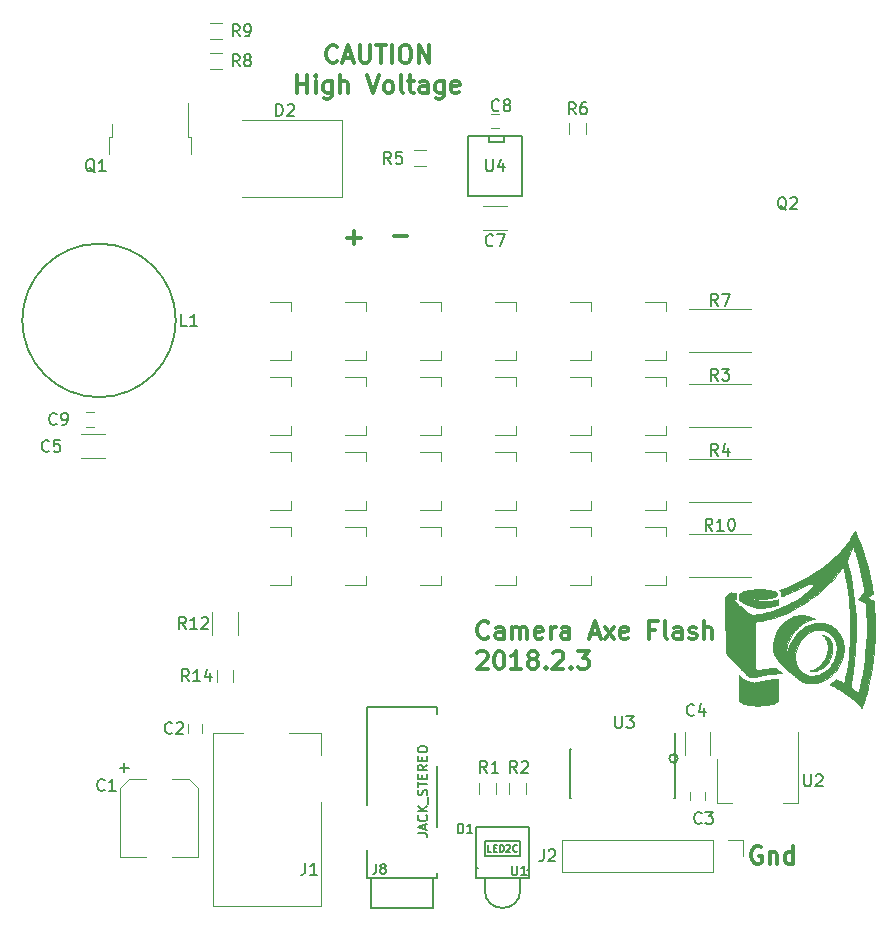
<source format=gbr>
G04 #@! TF.FileFunction,Legend,Top*
%FSLAX46Y46*%
G04 Gerber Fmt 4.6, Leading zero omitted, Abs format (unit mm)*
G04 Created by KiCad (PCBNEW 4.0.7) date 02/03/18 13:53:17*
%MOMM*%
%LPD*%
G01*
G04 APERTURE LIST*
%ADD10C,0.100000*%
%ADD11C,0.300000*%
%ADD12C,0.200000*%
%ADD13C,0.120000*%
%ADD14C,0.152400*%
%ADD15C,0.150000*%
%ADD16C,0.149860*%
%ADD17C,0.002500*%
%ADD18C,0.146050*%
G04 APERTURE END LIST*
D10*
D11*
X57467572Y-44684143D02*
X58610429Y-44684143D01*
X53530572Y-44811143D02*
X54673429Y-44811143D01*
X54102000Y-45382571D02*
X54102000Y-44239714D01*
X52669714Y-29867714D02*
X52598285Y-29939143D01*
X52383999Y-30010571D01*
X52241142Y-30010571D01*
X52026857Y-29939143D01*
X51883999Y-29796286D01*
X51812571Y-29653429D01*
X51741142Y-29367714D01*
X51741142Y-29153429D01*
X51812571Y-28867714D01*
X51883999Y-28724857D01*
X52026857Y-28582000D01*
X52241142Y-28510571D01*
X52383999Y-28510571D01*
X52598285Y-28582000D01*
X52669714Y-28653429D01*
X53241142Y-29582000D02*
X53955428Y-29582000D01*
X53098285Y-30010571D02*
X53598285Y-28510571D01*
X54098285Y-30010571D01*
X54598285Y-28510571D02*
X54598285Y-29724857D01*
X54669713Y-29867714D01*
X54741142Y-29939143D01*
X54883999Y-30010571D01*
X55169713Y-30010571D01*
X55312571Y-29939143D01*
X55383999Y-29867714D01*
X55455428Y-29724857D01*
X55455428Y-28510571D01*
X55955428Y-28510571D02*
X56812571Y-28510571D01*
X56384000Y-30010571D02*
X56384000Y-28510571D01*
X57312571Y-30010571D02*
X57312571Y-28510571D01*
X58312571Y-28510571D02*
X58598285Y-28510571D01*
X58741143Y-28582000D01*
X58884000Y-28724857D01*
X58955428Y-29010571D01*
X58955428Y-29510571D01*
X58884000Y-29796286D01*
X58741143Y-29939143D01*
X58598285Y-30010571D01*
X58312571Y-30010571D01*
X58169714Y-29939143D01*
X58026857Y-29796286D01*
X57955428Y-29510571D01*
X57955428Y-29010571D01*
X58026857Y-28724857D01*
X58169714Y-28582000D01*
X58312571Y-28510571D01*
X59598286Y-30010571D02*
X59598286Y-28510571D01*
X60455429Y-30010571D01*
X60455429Y-28510571D01*
X49276857Y-32560571D02*
X49276857Y-31060571D01*
X49276857Y-31774857D02*
X50134000Y-31774857D01*
X50134000Y-32560571D02*
X50134000Y-31060571D01*
X50848286Y-32560571D02*
X50848286Y-31560571D01*
X50848286Y-31060571D02*
X50776857Y-31132000D01*
X50848286Y-31203429D01*
X50919714Y-31132000D01*
X50848286Y-31060571D01*
X50848286Y-31203429D01*
X52205429Y-31560571D02*
X52205429Y-32774857D01*
X52134000Y-32917714D01*
X52062572Y-32989143D01*
X51919715Y-33060571D01*
X51705429Y-33060571D01*
X51562572Y-32989143D01*
X52205429Y-32489143D02*
X52062572Y-32560571D01*
X51776858Y-32560571D01*
X51634000Y-32489143D01*
X51562572Y-32417714D01*
X51491143Y-32274857D01*
X51491143Y-31846286D01*
X51562572Y-31703429D01*
X51634000Y-31632000D01*
X51776858Y-31560571D01*
X52062572Y-31560571D01*
X52205429Y-31632000D01*
X52919715Y-32560571D02*
X52919715Y-31060571D01*
X53562572Y-32560571D02*
X53562572Y-31774857D01*
X53491143Y-31632000D01*
X53348286Y-31560571D01*
X53134001Y-31560571D01*
X52991143Y-31632000D01*
X52919715Y-31703429D01*
X55205429Y-31060571D02*
X55705429Y-32560571D01*
X56205429Y-31060571D01*
X56919715Y-32560571D02*
X56776857Y-32489143D01*
X56705429Y-32417714D01*
X56634000Y-32274857D01*
X56634000Y-31846286D01*
X56705429Y-31703429D01*
X56776857Y-31632000D01*
X56919715Y-31560571D01*
X57134000Y-31560571D01*
X57276857Y-31632000D01*
X57348286Y-31703429D01*
X57419715Y-31846286D01*
X57419715Y-32274857D01*
X57348286Y-32417714D01*
X57276857Y-32489143D01*
X57134000Y-32560571D01*
X56919715Y-32560571D01*
X58276858Y-32560571D02*
X58134000Y-32489143D01*
X58062572Y-32346286D01*
X58062572Y-31060571D01*
X58634000Y-31560571D02*
X59205429Y-31560571D01*
X58848286Y-31060571D02*
X58848286Y-32346286D01*
X58919714Y-32489143D01*
X59062572Y-32560571D01*
X59205429Y-32560571D01*
X60348286Y-32560571D02*
X60348286Y-31774857D01*
X60276857Y-31632000D01*
X60134000Y-31560571D01*
X59848286Y-31560571D01*
X59705429Y-31632000D01*
X60348286Y-32489143D02*
X60205429Y-32560571D01*
X59848286Y-32560571D01*
X59705429Y-32489143D01*
X59634000Y-32346286D01*
X59634000Y-32203429D01*
X59705429Y-32060571D01*
X59848286Y-31989143D01*
X60205429Y-31989143D01*
X60348286Y-31917714D01*
X61705429Y-31560571D02*
X61705429Y-32774857D01*
X61634000Y-32917714D01*
X61562572Y-32989143D01*
X61419715Y-33060571D01*
X61205429Y-33060571D01*
X61062572Y-32989143D01*
X61705429Y-32489143D02*
X61562572Y-32560571D01*
X61276858Y-32560571D01*
X61134000Y-32489143D01*
X61062572Y-32417714D01*
X60991143Y-32274857D01*
X60991143Y-31846286D01*
X61062572Y-31703429D01*
X61134000Y-31632000D01*
X61276858Y-31560571D01*
X61562572Y-31560571D01*
X61705429Y-31632000D01*
X62991143Y-32489143D02*
X62848286Y-32560571D01*
X62562572Y-32560571D01*
X62419715Y-32489143D01*
X62348286Y-32346286D01*
X62348286Y-31774857D01*
X62419715Y-31632000D01*
X62562572Y-31560571D01*
X62848286Y-31560571D01*
X62991143Y-31632000D01*
X63062572Y-31774857D01*
X63062572Y-31917714D01*
X62348286Y-32060571D01*
D12*
X81512210Y-88900000D02*
G75*
G03X81512210Y-88900000I-359210J0D01*
G01*
D11*
X65476286Y-78635714D02*
X65404857Y-78707143D01*
X65190571Y-78778571D01*
X65047714Y-78778571D01*
X64833429Y-78707143D01*
X64690571Y-78564286D01*
X64619143Y-78421429D01*
X64547714Y-78135714D01*
X64547714Y-77921429D01*
X64619143Y-77635714D01*
X64690571Y-77492857D01*
X64833429Y-77350000D01*
X65047714Y-77278571D01*
X65190571Y-77278571D01*
X65404857Y-77350000D01*
X65476286Y-77421429D01*
X66762000Y-78778571D02*
X66762000Y-77992857D01*
X66690571Y-77850000D01*
X66547714Y-77778571D01*
X66262000Y-77778571D01*
X66119143Y-77850000D01*
X66762000Y-78707143D02*
X66619143Y-78778571D01*
X66262000Y-78778571D01*
X66119143Y-78707143D01*
X66047714Y-78564286D01*
X66047714Y-78421429D01*
X66119143Y-78278571D01*
X66262000Y-78207143D01*
X66619143Y-78207143D01*
X66762000Y-78135714D01*
X67476286Y-78778571D02*
X67476286Y-77778571D01*
X67476286Y-77921429D02*
X67547714Y-77850000D01*
X67690572Y-77778571D01*
X67904857Y-77778571D01*
X68047714Y-77850000D01*
X68119143Y-77992857D01*
X68119143Y-78778571D01*
X68119143Y-77992857D02*
X68190572Y-77850000D01*
X68333429Y-77778571D01*
X68547714Y-77778571D01*
X68690572Y-77850000D01*
X68762000Y-77992857D01*
X68762000Y-78778571D01*
X70047714Y-78707143D02*
X69904857Y-78778571D01*
X69619143Y-78778571D01*
X69476286Y-78707143D01*
X69404857Y-78564286D01*
X69404857Y-77992857D01*
X69476286Y-77850000D01*
X69619143Y-77778571D01*
X69904857Y-77778571D01*
X70047714Y-77850000D01*
X70119143Y-77992857D01*
X70119143Y-78135714D01*
X69404857Y-78278571D01*
X70762000Y-78778571D02*
X70762000Y-77778571D01*
X70762000Y-78064286D02*
X70833428Y-77921429D01*
X70904857Y-77850000D01*
X71047714Y-77778571D01*
X71190571Y-77778571D01*
X72333428Y-78778571D02*
X72333428Y-77992857D01*
X72261999Y-77850000D01*
X72119142Y-77778571D01*
X71833428Y-77778571D01*
X71690571Y-77850000D01*
X72333428Y-78707143D02*
X72190571Y-78778571D01*
X71833428Y-78778571D01*
X71690571Y-78707143D01*
X71619142Y-78564286D01*
X71619142Y-78421429D01*
X71690571Y-78278571D01*
X71833428Y-78207143D01*
X72190571Y-78207143D01*
X72333428Y-78135714D01*
X74119142Y-78350000D02*
X74833428Y-78350000D01*
X73976285Y-78778571D02*
X74476285Y-77278571D01*
X74976285Y-78778571D01*
X75333428Y-78778571D02*
X76119142Y-77778571D01*
X75333428Y-77778571D02*
X76119142Y-78778571D01*
X77261999Y-78707143D02*
X77119142Y-78778571D01*
X76833428Y-78778571D01*
X76690571Y-78707143D01*
X76619142Y-78564286D01*
X76619142Y-77992857D01*
X76690571Y-77850000D01*
X76833428Y-77778571D01*
X77119142Y-77778571D01*
X77261999Y-77850000D01*
X77333428Y-77992857D01*
X77333428Y-78135714D01*
X76619142Y-78278571D01*
X79619142Y-77992857D02*
X79119142Y-77992857D01*
X79119142Y-78778571D02*
X79119142Y-77278571D01*
X79833428Y-77278571D01*
X80619142Y-78778571D02*
X80476284Y-78707143D01*
X80404856Y-78564286D01*
X80404856Y-77278571D01*
X81833427Y-78778571D02*
X81833427Y-77992857D01*
X81761998Y-77850000D01*
X81619141Y-77778571D01*
X81333427Y-77778571D01*
X81190570Y-77850000D01*
X81833427Y-78707143D02*
X81690570Y-78778571D01*
X81333427Y-78778571D01*
X81190570Y-78707143D01*
X81119141Y-78564286D01*
X81119141Y-78421429D01*
X81190570Y-78278571D01*
X81333427Y-78207143D01*
X81690570Y-78207143D01*
X81833427Y-78135714D01*
X82476284Y-78707143D02*
X82619141Y-78778571D01*
X82904856Y-78778571D01*
X83047713Y-78707143D01*
X83119141Y-78564286D01*
X83119141Y-78492857D01*
X83047713Y-78350000D01*
X82904856Y-78278571D01*
X82690570Y-78278571D01*
X82547713Y-78207143D01*
X82476284Y-78064286D01*
X82476284Y-77992857D01*
X82547713Y-77850000D01*
X82690570Y-77778571D01*
X82904856Y-77778571D01*
X83047713Y-77850000D01*
X83761999Y-78778571D02*
X83761999Y-77278571D01*
X84404856Y-78778571D02*
X84404856Y-77992857D01*
X84333427Y-77850000D01*
X84190570Y-77778571D01*
X83976285Y-77778571D01*
X83833427Y-77850000D01*
X83761999Y-77921429D01*
X64547714Y-79971429D02*
X64619143Y-79900000D01*
X64762000Y-79828571D01*
X65119143Y-79828571D01*
X65262000Y-79900000D01*
X65333429Y-79971429D01*
X65404857Y-80114286D01*
X65404857Y-80257143D01*
X65333429Y-80471429D01*
X64476286Y-81328571D01*
X65404857Y-81328571D01*
X66333428Y-79828571D02*
X66476285Y-79828571D01*
X66619142Y-79900000D01*
X66690571Y-79971429D01*
X66762000Y-80114286D01*
X66833428Y-80400000D01*
X66833428Y-80757143D01*
X66762000Y-81042857D01*
X66690571Y-81185714D01*
X66619142Y-81257143D01*
X66476285Y-81328571D01*
X66333428Y-81328571D01*
X66190571Y-81257143D01*
X66119142Y-81185714D01*
X66047714Y-81042857D01*
X65976285Y-80757143D01*
X65976285Y-80400000D01*
X66047714Y-80114286D01*
X66119142Y-79971429D01*
X66190571Y-79900000D01*
X66333428Y-79828571D01*
X68261999Y-81328571D02*
X67404856Y-81328571D01*
X67833428Y-81328571D02*
X67833428Y-79828571D01*
X67690571Y-80042857D01*
X67547713Y-80185714D01*
X67404856Y-80257143D01*
X69119142Y-80471429D02*
X68976284Y-80400000D01*
X68904856Y-80328571D01*
X68833427Y-80185714D01*
X68833427Y-80114286D01*
X68904856Y-79971429D01*
X68976284Y-79900000D01*
X69119142Y-79828571D01*
X69404856Y-79828571D01*
X69547713Y-79900000D01*
X69619142Y-79971429D01*
X69690570Y-80114286D01*
X69690570Y-80185714D01*
X69619142Y-80328571D01*
X69547713Y-80400000D01*
X69404856Y-80471429D01*
X69119142Y-80471429D01*
X68976284Y-80542857D01*
X68904856Y-80614286D01*
X68833427Y-80757143D01*
X68833427Y-81042857D01*
X68904856Y-81185714D01*
X68976284Y-81257143D01*
X69119142Y-81328571D01*
X69404856Y-81328571D01*
X69547713Y-81257143D01*
X69619142Y-81185714D01*
X69690570Y-81042857D01*
X69690570Y-80757143D01*
X69619142Y-80614286D01*
X69547713Y-80542857D01*
X69404856Y-80471429D01*
X70333427Y-81185714D02*
X70404855Y-81257143D01*
X70333427Y-81328571D01*
X70261998Y-81257143D01*
X70333427Y-81185714D01*
X70333427Y-81328571D01*
X70976284Y-79971429D02*
X71047713Y-79900000D01*
X71190570Y-79828571D01*
X71547713Y-79828571D01*
X71690570Y-79900000D01*
X71761999Y-79971429D01*
X71833427Y-80114286D01*
X71833427Y-80257143D01*
X71761999Y-80471429D01*
X70904856Y-81328571D01*
X71833427Y-81328571D01*
X72476284Y-81185714D02*
X72547712Y-81257143D01*
X72476284Y-81328571D01*
X72404855Y-81257143D01*
X72476284Y-81185714D01*
X72476284Y-81328571D01*
X73047713Y-79828571D02*
X73976284Y-79828571D01*
X73476284Y-80400000D01*
X73690570Y-80400000D01*
X73833427Y-80471429D01*
X73904856Y-80542857D01*
X73976284Y-80685714D01*
X73976284Y-81042857D01*
X73904856Y-81185714D01*
X73833427Y-81257143D01*
X73690570Y-81328571D01*
X73261998Y-81328571D01*
X73119141Y-81257143D01*
X73047713Y-81185714D01*
X88570714Y-96405000D02*
X88427857Y-96333571D01*
X88213571Y-96333571D01*
X87999286Y-96405000D01*
X87856428Y-96547857D01*
X87785000Y-96690714D01*
X87713571Y-96976429D01*
X87713571Y-97190714D01*
X87785000Y-97476429D01*
X87856428Y-97619286D01*
X87999286Y-97762143D01*
X88213571Y-97833571D01*
X88356428Y-97833571D01*
X88570714Y-97762143D01*
X88642143Y-97690714D01*
X88642143Y-97190714D01*
X88356428Y-97190714D01*
X89285000Y-96833571D02*
X89285000Y-97833571D01*
X89285000Y-96976429D02*
X89356428Y-96905000D01*
X89499286Y-96833571D01*
X89713571Y-96833571D01*
X89856428Y-96905000D01*
X89927857Y-97047857D01*
X89927857Y-97833571D01*
X91285000Y-97833571D02*
X91285000Y-96333571D01*
X91285000Y-97762143D02*
X91142143Y-97833571D01*
X90856429Y-97833571D01*
X90713571Y-97762143D01*
X90642143Y-97690714D01*
X90570714Y-97547857D01*
X90570714Y-97119286D01*
X90642143Y-96976429D01*
X90713571Y-96905000D01*
X90856429Y-96833571D01*
X91142143Y-96833571D01*
X91285000Y-96905000D01*
D13*
X87690000Y-73575000D02*
X82490000Y-73575000D01*
X82490000Y-69935000D02*
X87690000Y-69935000D01*
X87690000Y-67225000D02*
X82490000Y-67225000D01*
X82490000Y-63585000D02*
X87690000Y-63585000D01*
X87690000Y-60875000D02*
X82490000Y-60875000D01*
X82490000Y-57235000D02*
X87690000Y-57235000D01*
X87690000Y-54525000D02*
X82490000Y-54525000D01*
X82490000Y-50885000D02*
X87690000Y-50885000D01*
D14*
X39012000Y-51816000D02*
G75*
G03X39012000Y-51816000I-6500000J0D01*
G01*
D13*
X33004000Y-61464000D02*
X31004000Y-61464000D01*
X31004000Y-63504000D02*
X33004000Y-63504000D01*
X67040000Y-42160000D02*
X65040000Y-42160000D01*
X65040000Y-44200000D02*
X67040000Y-44200000D01*
X82165000Y-86630000D02*
X82165000Y-88630000D01*
X84205000Y-88630000D02*
X84205000Y-86630000D01*
X84855000Y-92715000D02*
X86115000Y-92715000D01*
X91675000Y-92715000D02*
X90415000Y-92715000D01*
X84855000Y-88955000D02*
X84855000Y-92715000D01*
X91675000Y-86705000D02*
X91675000Y-92715000D01*
X80555000Y-69305000D02*
X80555000Y-70055000D01*
X78705000Y-69305000D02*
X80555000Y-69305000D01*
X80555000Y-74205000D02*
X80555000Y-73455000D01*
X78705000Y-74205000D02*
X80555000Y-74205000D01*
X74205000Y-69305000D02*
X74205000Y-70055000D01*
X72355000Y-69305000D02*
X74205000Y-69305000D01*
X74205000Y-74205000D02*
X74205000Y-73455000D01*
X72355000Y-74205000D02*
X74205000Y-74205000D01*
X67855000Y-69305000D02*
X67855000Y-70055000D01*
X66005000Y-69305000D02*
X67855000Y-69305000D01*
X67855000Y-74205000D02*
X67855000Y-73455000D01*
X66005000Y-74205000D02*
X67855000Y-74205000D01*
X61505000Y-69305000D02*
X61505000Y-70055000D01*
X59655000Y-69305000D02*
X61505000Y-69305000D01*
X61505000Y-74205000D02*
X61505000Y-73455000D01*
X59655000Y-74205000D02*
X61505000Y-74205000D01*
X55155000Y-69305000D02*
X55155000Y-70055000D01*
X53305000Y-69305000D02*
X55155000Y-69305000D01*
X55155000Y-74205000D02*
X55155000Y-73455000D01*
X53305000Y-74205000D02*
X55155000Y-74205000D01*
X48805000Y-69305000D02*
X48805000Y-70055000D01*
X46955000Y-69305000D02*
X48805000Y-69305000D01*
X48805000Y-74205000D02*
X48805000Y-73455000D01*
X46955000Y-74205000D02*
X48805000Y-74205000D01*
X80555000Y-62955000D02*
X80555000Y-63705000D01*
X78705000Y-62955000D02*
X80555000Y-62955000D01*
X80555000Y-67855000D02*
X80555000Y-67105000D01*
X78705000Y-67855000D02*
X80555000Y-67855000D01*
X74205000Y-62955000D02*
X74205000Y-63705000D01*
X72355000Y-62955000D02*
X74205000Y-62955000D01*
X74205000Y-67855000D02*
X74205000Y-67105000D01*
X72355000Y-67855000D02*
X74205000Y-67855000D01*
X67855000Y-62955000D02*
X67855000Y-63705000D01*
X66005000Y-62955000D02*
X67855000Y-62955000D01*
X67855000Y-67855000D02*
X67855000Y-67105000D01*
X66005000Y-67855000D02*
X67855000Y-67855000D01*
X61505000Y-62955000D02*
X61505000Y-63705000D01*
X59655000Y-62955000D02*
X61505000Y-62955000D01*
X61505000Y-67855000D02*
X61505000Y-67105000D01*
X59655000Y-67855000D02*
X61505000Y-67855000D01*
X55155000Y-62955000D02*
X55155000Y-63705000D01*
X53305000Y-62955000D02*
X55155000Y-62955000D01*
X55155000Y-67855000D02*
X55155000Y-67105000D01*
X53305000Y-67855000D02*
X55155000Y-67855000D01*
X48805000Y-62955000D02*
X48805000Y-63705000D01*
X46955000Y-62955000D02*
X48805000Y-62955000D01*
X48805000Y-67855000D02*
X48805000Y-67105000D01*
X46955000Y-67855000D02*
X48805000Y-67855000D01*
X80555000Y-56605000D02*
X80555000Y-57355000D01*
X78705000Y-56605000D02*
X80555000Y-56605000D01*
X80555000Y-61505000D02*
X80555000Y-60755000D01*
X78705000Y-61505000D02*
X80555000Y-61505000D01*
X74205000Y-56605000D02*
X74205000Y-57355000D01*
X72355000Y-56605000D02*
X74205000Y-56605000D01*
X74205000Y-61505000D02*
X74205000Y-60755000D01*
X72355000Y-61505000D02*
X74205000Y-61505000D01*
X67855000Y-56605000D02*
X67855000Y-57355000D01*
X66005000Y-56605000D02*
X67855000Y-56605000D01*
X67855000Y-61505000D02*
X67855000Y-60755000D01*
X66005000Y-61505000D02*
X67855000Y-61505000D01*
X61505000Y-56605000D02*
X61505000Y-57355000D01*
X59655000Y-56605000D02*
X61505000Y-56605000D01*
X61505000Y-61505000D02*
X61505000Y-60755000D01*
X59655000Y-61505000D02*
X61505000Y-61505000D01*
X55155000Y-56605000D02*
X55155000Y-57355000D01*
X53305000Y-56605000D02*
X55155000Y-56605000D01*
X55155000Y-61505000D02*
X55155000Y-60755000D01*
X53305000Y-61505000D02*
X55155000Y-61505000D01*
X48805000Y-56605000D02*
X48805000Y-57355000D01*
X46955000Y-56605000D02*
X48805000Y-56605000D01*
X48805000Y-61505000D02*
X48805000Y-60755000D01*
X46955000Y-61505000D02*
X48805000Y-61505000D01*
X80555000Y-50255000D02*
X80555000Y-51005000D01*
X78705000Y-50255000D02*
X80555000Y-50255000D01*
X80555000Y-55155000D02*
X80555000Y-54405000D01*
X78705000Y-55155000D02*
X80555000Y-55155000D01*
X74205000Y-50255000D02*
X74205000Y-51005000D01*
X72355000Y-50255000D02*
X74205000Y-50255000D01*
X74205000Y-55155000D02*
X74205000Y-54405000D01*
X72355000Y-55155000D02*
X74205000Y-55155000D01*
X67855000Y-50255000D02*
X67855000Y-51005000D01*
X66005000Y-50255000D02*
X67855000Y-50255000D01*
X67855000Y-55155000D02*
X67855000Y-54405000D01*
X66005000Y-55155000D02*
X67855000Y-55155000D01*
X61505000Y-50255000D02*
X61505000Y-51005000D01*
X59655000Y-50255000D02*
X61505000Y-50255000D01*
X61505000Y-55155000D02*
X61505000Y-54405000D01*
X59655000Y-55155000D02*
X61505000Y-55155000D01*
X55155000Y-50255000D02*
X55155000Y-51005000D01*
X53305000Y-50255000D02*
X55155000Y-50255000D01*
X55155000Y-55155000D02*
X55155000Y-54405000D01*
X53305000Y-55155000D02*
X55155000Y-55155000D01*
X48805000Y-50255000D02*
X48805000Y-51005000D01*
X46955000Y-50255000D02*
X48805000Y-50255000D01*
X48805000Y-55155000D02*
X48805000Y-54405000D01*
X46955000Y-55155000D02*
X48805000Y-55155000D01*
D14*
X55168800Y-99060000D02*
X55168800Y-96672400D01*
X55168800Y-92811600D02*
X55168800Y-84556600D01*
X61163200Y-85140800D02*
X61163200Y-84556600D01*
X61163200Y-94742000D02*
X61163200Y-89560400D01*
X61163200Y-99060000D02*
X61163200Y-98577400D01*
X60782200Y-99060000D02*
X60782200Y-101549200D01*
X60782200Y-101549200D02*
X55549800Y-101549200D01*
X55549800Y-101549200D02*
X55549800Y-99060000D01*
X55168800Y-84556600D02*
X61163200Y-84556600D01*
X61163200Y-99060000D02*
X55168800Y-99060000D01*
D13*
X44250000Y-76470000D02*
X44250000Y-78470000D01*
X42110000Y-78470000D02*
X42110000Y-76470000D01*
D15*
X68326000Y-36195000D02*
X68326000Y-41275000D01*
X68326000Y-41275000D02*
X63754000Y-41275000D01*
X63754000Y-41275000D02*
X63754000Y-36195000D01*
X63754000Y-36195000D02*
X68326000Y-36195000D01*
X66802000Y-36195000D02*
X66802000Y-36703000D01*
X66802000Y-36703000D02*
X65532000Y-36703000D01*
X65532000Y-36703000D02*
X65532000Y-36195000D01*
D16*
X64632400Y-98218400D02*
X64414400Y-98218400D01*
X68175000Y-100060000D02*
X68175000Y-99020000D01*
X65175000Y-100060000D02*
X65175000Y-99020000D01*
X65175000Y-100060000D02*
G75*
G03X68175000Y-100060000I1500000J0D01*
G01*
X68925000Y-99020000D02*
X68925000Y-98320000D01*
X64425000Y-98320000D02*
X64425000Y-99020000D01*
X64425000Y-99020000D02*
X68925000Y-99020000D01*
X64425000Y-98320000D02*
X64425000Y-94720000D01*
X64425000Y-94720000D02*
X68925000Y-94720000D01*
X68925000Y-94720000D02*
X68925000Y-98320000D01*
X68925000Y-98320000D02*
X68707000Y-98320000D01*
D13*
X43860000Y-81415000D02*
X43860000Y-82415000D01*
X42500000Y-82415000D02*
X42500000Y-81415000D01*
X42930000Y-27985000D02*
X41930000Y-27985000D01*
X41930000Y-26625000D02*
X42930000Y-26625000D01*
X41930000Y-29165000D02*
X42930000Y-29165000D01*
X42930000Y-30525000D02*
X41930000Y-30525000D01*
X72345000Y-36060000D02*
X72345000Y-35060000D01*
X73705000Y-35060000D02*
X73705000Y-36060000D01*
X60190000Y-38780000D02*
X59190000Y-38780000D01*
X59190000Y-37420000D02*
X60190000Y-37420000D01*
X68625000Y-90940000D02*
X68625000Y-91940000D01*
X67265000Y-91940000D02*
X67265000Y-90940000D01*
X66085000Y-90940000D02*
X66085000Y-91940000D01*
X64725000Y-91940000D02*
X64725000Y-90940000D01*
X40280000Y-37765000D02*
X40280000Y-36265000D01*
X40280000Y-36265000D02*
X40010000Y-36265000D01*
X40010000Y-36265000D02*
X40010000Y-33435000D01*
X33380000Y-37765000D02*
X33380000Y-36265000D01*
X33380000Y-36265000D02*
X33650000Y-36265000D01*
X33650000Y-36265000D02*
X33650000Y-35165000D01*
X84455000Y-95825000D02*
X71695000Y-95825000D01*
X71695000Y-95825000D02*
X71695000Y-98485000D01*
X71695000Y-98485000D02*
X84455000Y-98485000D01*
X84455000Y-98485000D02*
X84455000Y-95825000D01*
X85725000Y-95825000D02*
X87055000Y-95825000D01*
X87055000Y-95825000D02*
X87055000Y-97155000D01*
X51336000Y-92630000D02*
X51336000Y-101430000D01*
X51336000Y-101430000D02*
X42136000Y-101430000D01*
X48636000Y-86730000D02*
X51336000Y-86730000D01*
X51336000Y-86730000D02*
X51336000Y-88630000D01*
X42136000Y-101430000D02*
X42136000Y-86730000D01*
X42136000Y-86730000D02*
X44736000Y-86730000D01*
X53060000Y-34850000D02*
X53060000Y-41350000D01*
X53060000Y-34850000D02*
X44660000Y-34850000D01*
X53060000Y-41350000D02*
X44660000Y-41350000D01*
D16*
X68175000Y-95870000D02*
X68175000Y-97170000D01*
X68175000Y-97170000D02*
X65175000Y-97170000D01*
X65175000Y-97170000D02*
X65175000Y-95870000D01*
X65175000Y-95870000D02*
X68175000Y-95870000D01*
D13*
X32100000Y-60798000D02*
X31400000Y-60798000D01*
X31400000Y-59598000D02*
X32100000Y-59598000D01*
X65690000Y-34325000D02*
X66390000Y-34325000D01*
X66390000Y-35525000D02*
X65690000Y-35525000D01*
X82585000Y-92425000D02*
X82585000Y-91725000D01*
X83785000Y-91725000D02*
X83785000Y-92425000D01*
X41240000Y-86010000D02*
X41240000Y-86710000D01*
X40040000Y-86710000D02*
X40040000Y-86010000D01*
X40892000Y-97280000D02*
X38712000Y-97280000D01*
X34292000Y-97280000D02*
X36472000Y-97280000D01*
X35052000Y-90680000D02*
X36472000Y-90680000D01*
X40132000Y-90680000D02*
X38712000Y-90680000D01*
X34292000Y-97280000D02*
X34292000Y-91440000D01*
X34292000Y-91440000D02*
X35052000Y-90680000D01*
X40132000Y-90680000D02*
X40892000Y-91440000D01*
X40892000Y-91440000D02*
X40892000Y-97280000D01*
D15*
X81285000Y-88095000D02*
X81260000Y-88095000D01*
X81285000Y-92245000D02*
X81170000Y-92245000D01*
X72385000Y-92245000D02*
X72500000Y-92245000D01*
X72385000Y-88095000D02*
X72500000Y-88095000D01*
X81285000Y-88095000D02*
X81285000Y-92245000D01*
X72385000Y-88095000D02*
X72385000Y-92245000D01*
X81260000Y-88095000D02*
X81260000Y-86720000D01*
D17*
G36*
X98206600Y-77782400D02*
X98206600Y-78061800D01*
X98201500Y-78326000D01*
X98198900Y-78407300D01*
X98196400Y-78544400D01*
X98191300Y-78674000D01*
X98188800Y-78795900D01*
X98183700Y-78900000D01*
X98181200Y-78986400D01*
X98178600Y-79047300D01*
X98176100Y-79082900D01*
X98176100Y-79085400D01*
X98171000Y-79136200D01*
X98168500Y-79207400D01*
X98160800Y-79286100D01*
X98160800Y-79321700D01*
X98115100Y-79913500D01*
X98049100Y-80520500D01*
X97965300Y-81135200D01*
X97861100Y-81752400D01*
X97739200Y-82362000D01*
X97602000Y-82956400D01*
X97503000Y-83327200D01*
X97503000Y-77863700D01*
X97503000Y-77670700D01*
X97503000Y-77480200D01*
X97500400Y-77297300D01*
X97497900Y-77129600D01*
X97495400Y-76984900D01*
X97490300Y-76857900D01*
X97487700Y-76814700D01*
X97480100Y-76659700D01*
X97472500Y-76507300D01*
X97462300Y-76362600D01*
X97452200Y-76222900D01*
X97444600Y-76098400D01*
X97434400Y-75986600D01*
X97426800Y-75895200D01*
X97419200Y-75826600D01*
X97411500Y-75783400D01*
X97406500Y-75768200D01*
X97388700Y-75753000D01*
X97345500Y-75727600D01*
X97289600Y-75694500D01*
X97221000Y-75653900D01*
X97216000Y-75651400D01*
X97129600Y-75603100D01*
X97038200Y-75552300D01*
X96954300Y-75504000D01*
X96898500Y-75476100D01*
X96758800Y-75397400D01*
X97035600Y-75118000D01*
X97315000Y-74841100D01*
X97266800Y-74531200D01*
X97243900Y-74381400D01*
X97221000Y-74246700D01*
X97200700Y-74117200D01*
X97177900Y-73992700D01*
X97152500Y-73865700D01*
X97124500Y-73731100D01*
X97094000Y-73586300D01*
X97058500Y-73423800D01*
X97017800Y-73238400D01*
X96982300Y-73088500D01*
X96926400Y-72847200D01*
X96875600Y-72631300D01*
X96827300Y-72440800D01*
X96784200Y-72265500D01*
X96743500Y-72108100D01*
X96702900Y-71960700D01*
X96662200Y-71821000D01*
X96619100Y-71683900D01*
X96575900Y-71546700D01*
X96527600Y-71401900D01*
X96474300Y-71252100D01*
X96471700Y-71241900D01*
X96433600Y-71130200D01*
X96400600Y-71046300D01*
X96375200Y-70987900D01*
X96357400Y-70952400D01*
X96339700Y-70934600D01*
X96334600Y-70932000D01*
X96324400Y-70944700D01*
X96309200Y-70985400D01*
X96288900Y-71041300D01*
X96263500Y-71109800D01*
X96197400Y-71292700D01*
X96118700Y-71490800D01*
X96032300Y-71691500D01*
X95938300Y-71882000D01*
X95930700Y-71899800D01*
X95829100Y-72100400D01*
X95877400Y-72270600D01*
X96032300Y-72865000D01*
X96169500Y-73487300D01*
X96288900Y-74132400D01*
X96390500Y-74803000D01*
X96474300Y-75499000D01*
X96540300Y-76220300D01*
X96553000Y-76395600D01*
X96558100Y-76504800D01*
X96563200Y-76639400D01*
X96568300Y-76796900D01*
X96573300Y-76974700D01*
X96575900Y-77165200D01*
X96578400Y-77368400D01*
X96581000Y-77576700D01*
X96581000Y-77790000D01*
X96581000Y-78000900D01*
X96581000Y-78209100D01*
X96581000Y-78407300D01*
X96578400Y-78592700D01*
X96573300Y-78762900D01*
X96570800Y-78910200D01*
X96565700Y-79034600D01*
X96560600Y-79108300D01*
X96553000Y-79225100D01*
X96545400Y-79349600D01*
X96535200Y-79476600D01*
X96527600Y-79588400D01*
X96525100Y-79636600D01*
X96497100Y-80071000D01*
X96464100Y-80479900D01*
X96426000Y-80866000D01*
X96385400Y-81234300D01*
X96337100Y-81589900D01*
X96286300Y-81940400D01*
X96255800Y-82115700D01*
X96238100Y-82227400D01*
X96217700Y-82341700D01*
X96197400Y-82456000D01*
X96177100Y-82562700D01*
X96159300Y-82659200D01*
X96141500Y-82740500D01*
X96131400Y-82801500D01*
X96121200Y-82837000D01*
X96121200Y-82837000D01*
X96126300Y-82854800D01*
X96151700Y-82880200D01*
X96197400Y-82918300D01*
X96268500Y-82969100D01*
X96283800Y-82981800D01*
X96370100Y-83042800D01*
X96466700Y-83111300D01*
X96560600Y-83182500D01*
X96621600Y-83225600D01*
X96682600Y-83273900D01*
X96735900Y-83309500D01*
X96774000Y-83334900D01*
X96794300Y-83342500D01*
X96796900Y-83342500D01*
X96801900Y-83324700D01*
X96814600Y-83281500D01*
X96835000Y-83215500D01*
X96855300Y-83131700D01*
X96880700Y-83032600D01*
X96903500Y-82946200D01*
X97038200Y-82362000D01*
X97155000Y-81777800D01*
X97256600Y-81188600D01*
X97337900Y-80589100D01*
X97406500Y-79974400D01*
X97457300Y-79342000D01*
X97487700Y-78823800D01*
X97492800Y-78714600D01*
X97497900Y-78577400D01*
X97500400Y-78417400D01*
X97503000Y-78244700D01*
X97503000Y-78056700D01*
X97503000Y-77863700D01*
X97503000Y-83327200D01*
X97449600Y-83530400D01*
X97439500Y-83568500D01*
X97419200Y-83639700D01*
X97391200Y-83728600D01*
X97360700Y-83827600D01*
X97325200Y-83939400D01*
X97289600Y-84053700D01*
X97251500Y-84165400D01*
X97216000Y-84277200D01*
X97180400Y-84376300D01*
X97152500Y-84467700D01*
X97127100Y-84538800D01*
X97109300Y-84589600D01*
X97096600Y-84615000D01*
X97096600Y-84615000D01*
X97083900Y-84617600D01*
X97053400Y-84599800D01*
X97010200Y-84559100D01*
X96987400Y-84536300D01*
X96692700Y-84244200D01*
X96403200Y-83974900D01*
X96111100Y-83728600D01*
X95811300Y-83497400D01*
X95501500Y-83279000D01*
X95222100Y-83098600D01*
X95143300Y-83050400D01*
X95044300Y-82994500D01*
X94935000Y-82931000D01*
X94820700Y-82867500D01*
X94706400Y-82804000D01*
X94599800Y-82748100D01*
X94508300Y-82699900D01*
X94437200Y-82664300D01*
X94434700Y-82664300D01*
X94394000Y-82644000D01*
X94368600Y-82628700D01*
X94363500Y-82623700D01*
X94378800Y-82613500D01*
X94414300Y-82588100D01*
X94465100Y-82555100D01*
X94505800Y-82524600D01*
X94584500Y-82471300D01*
X94668300Y-82407800D01*
X94744500Y-82346800D01*
X94764900Y-82329000D01*
X94818200Y-82285800D01*
X94863900Y-82247700D01*
X94896900Y-82222300D01*
X94907100Y-82214700D01*
X94924900Y-82214700D01*
X94968100Y-82230000D01*
X95029000Y-82257900D01*
X95105200Y-82293500D01*
X95191600Y-82334100D01*
X95283000Y-82379800D01*
X95377000Y-82428100D01*
X95465900Y-82476300D01*
X95496400Y-82494100D01*
X95547200Y-82522100D01*
X95585300Y-82542400D01*
X95603100Y-82550000D01*
X95603100Y-82550000D01*
X95608100Y-82542400D01*
X95615800Y-82517000D01*
X95628500Y-82471300D01*
X95643700Y-82402700D01*
X95664000Y-82311200D01*
X95689400Y-82189300D01*
X95704700Y-82115700D01*
X95811300Y-81536500D01*
X95902800Y-80960000D01*
X95979000Y-80378300D01*
X96037400Y-79789000D01*
X96080600Y-79182000D01*
X96111100Y-78554600D01*
X96116100Y-78379300D01*
X96118700Y-78262500D01*
X96121200Y-78153300D01*
X96123800Y-78054200D01*
X96123800Y-77957700D01*
X96123800Y-77861200D01*
X96123800Y-77759600D01*
X96121200Y-77650300D01*
X96118700Y-77533500D01*
X96116100Y-77398900D01*
X96111100Y-77249000D01*
X96106000Y-77078800D01*
X96098400Y-76880700D01*
X96090700Y-76695300D01*
X96075500Y-76360000D01*
X96050100Y-76004400D01*
X96014500Y-75628500D01*
X95973900Y-75242400D01*
X95925600Y-74853800D01*
X95885000Y-74571900D01*
X95859600Y-74409300D01*
X95831700Y-74236600D01*
X95803700Y-74061300D01*
X95770700Y-73883500D01*
X95737700Y-73708300D01*
X95704700Y-73538100D01*
X95671600Y-73375500D01*
X95638600Y-73225700D01*
X95608100Y-73088500D01*
X95577700Y-72971700D01*
X95552300Y-72872600D01*
X95531900Y-72798900D01*
X95511600Y-72753200D01*
X95509100Y-72750700D01*
X95473500Y-72684600D01*
X95326200Y-72892900D01*
X95034100Y-73284100D01*
X94709000Y-73667600D01*
X94358500Y-74046100D01*
X93982500Y-74414400D01*
X93583800Y-74772500D01*
X93164700Y-75115400D01*
X92722700Y-75443100D01*
X92265500Y-75755500D01*
X91981000Y-75935800D01*
X91523800Y-76202500D01*
X91061500Y-76441300D01*
X90596700Y-76652100D01*
X90124300Y-76837500D01*
X89641700Y-76995000D01*
X89143800Y-77127100D01*
X88628200Y-77236300D01*
X88320900Y-77292200D01*
X88226900Y-77307400D01*
X88158300Y-77322700D01*
X88110100Y-77337900D01*
X88079600Y-77353200D01*
X88059300Y-77370900D01*
X88049100Y-77386200D01*
X88046600Y-77406500D01*
X88044000Y-77457300D01*
X88041500Y-77533500D01*
X88041500Y-77635100D01*
X88038900Y-77757000D01*
X88036400Y-77899300D01*
X88036400Y-78059300D01*
X88036400Y-78234500D01*
X88033900Y-78422500D01*
X88033900Y-78620600D01*
X88033900Y-78826400D01*
X88033900Y-79037200D01*
X88033900Y-79250500D01*
X88033900Y-79466400D01*
X88033900Y-79679800D01*
X88033900Y-79888100D01*
X88033900Y-80091300D01*
X88036400Y-80286900D01*
X88036400Y-80469700D01*
X88038900Y-80637400D01*
X88038900Y-80792300D01*
X88041500Y-80926900D01*
X88041500Y-81041200D01*
X88044000Y-81135200D01*
X88046600Y-81201300D01*
X88049100Y-81239400D01*
X88051600Y-81247000D01*
X88082100Y-81315600D01*
X88132900Y-81371400D01*
X88193900Y-81412100D01*
X88229400Y-81422200D01*
X88280200Y-81424800D01*
X88359000Y-81414600D01*
X88468200Y-81396800D01*
X88488500Y-81391800D01*
X88767900Y-81338400D01*
X89044800Y-81295200D01*
X89314000Y-81259700D01*
X89568000Y-81236800D01*
X89646800Y-81231700D01*
X89814400Y-81219000D01*
X89931200Y-81330800D01*
X89992200Y-81389200D01*
X90068400Y-81457800D01*
X90147100Y-81526400D01*
X90195400Y-81567000D01*
X90345300Y-81688900D01*
X90068400Y-81701600D01*
X89631500Y-81729600D01*
X89212400Y-81777800D01*
X88806000Y-81843900D01*
X88422500Y-81927700D01*
X88303100Y-81958200D01*
X88206600Y-81981000D01*
X88130400Y-81996300D01*
X88066900Y-82006400D01*
X88011000Y-82011500D01*
X87957700Y-82014100D01*
X87942400Y-82014100D01*
X87779900Y-82001400D01*
X87630000Y-81968300D01*
X87482700Y-81907400D01*
X87482700Y-81907400D01*
X87442000Y-81884500D01*
X87403900Y-81861700D01*
X87363300Y-81833700D01*
X87320100Y-81798200D01*
X87269300Y-81752400D01*
X87208400Y-81694000D01*
X87134700Y-81622900D01*
X87045800Y-81531500D01*
X86941700Y-81422200D01*
X86903600Y-81381600D01*
X86832400Y-81310500D01*
X86746100Y-81221600D01*
X86647000Y-81117400D01*
X86540300Y-81008200D01*
X86431100Y-80893900D01*
X86324400Y-80782200D01*
X86263500Y-80718700D01*
X86131400Y-80581500D01*
X86019600Y-80467200D01*
X85928200Y-80370700D01*
X85849500Y-80289400D01*
X85788500Y-80220800D01*
X85737700Y-80164900D01*
X85699600Y-80119200D01*
X85669100Y-80081100D01*
X85646300Y-80045600D01*
X85631000Y-80015100D01*
X85615800Y-79984600D01*
X85605600Y-79951600D01*
X85592900Y-79916000D01*
X85590400Y-79905900D01*
X85585300Y-79893200D01*
X85580200Y-79877900D01*
X85577700Y-79860100D01*
X85575100Y-79837300D01*
X85572600Y-79811900D01*
X85570100Y-79776300D01*
X85567500Y-79733100D01*
X85565000Y-79677300D01*
X85562400Y-79611200D01*
X85562400Y-79529900D01*
X85559900Y-79433400D01*
X85559900Y-79321700D01*
X85557400Y-79189600D01*
X85557400Y-79039700D01*
X85557400Y-78867000D01*
X85554800Y-78671400D01*
X85554800Y-78450400D01*
X85554800Y-78204100D01*
X85552300Y-77927200D01*
X85552300Y-77622400D01*
X85552300Y-77520800D01*
X85547200Y-75234800D01*
X85587800Y-75148400D01*
X85656400Y-75034100D01*
X85740200Y-74947800D01*
X85839300Y-74889400D01*
X85956100Y-74856300D01*
X86001900Y-74851300D01*
X86055200Y-74851300D01*
X86123800Y-74853800D01*
X86200000Y-74858900D01*
X86276200Y-74866500D01*
X86344800Y-74874100D01*
X86398100Y-74881700D01*
X86431100Y-74891900D01*
X86433700Y-74894400D01*
X86438700Y-74912200D01*
X86441300Y-74955400D01*
X86441300Y-75021400D01*
X86443800Y-75102700D01*
X86441300Y-75173800D01*
X86438700Y-75272900D01*
X86436200Y-75344000D01*
X86433700Y-75389700D01*
X86431100Y-75420200D01*
X86423500Y-75432900D01*
X86415900Y-75438000D01*
X86405700Y-75435500D01*
X86354900Y-75435500D01*
X86309200Y-75453200D01*
X86281300Y-75478600D01*
X86276200Y-75519300D01*
X86291400Y-75567500D01*
X86327000Y-75610700D01*
X86347300Y-75626000D01*
X86375200Y-75646300D01*
X86421000Y-75681800D01*
X86471800Y-75725000D01*
X86479400Y-75735200D01*
X86520000Y-75768200D01*
X86578400Y-75821500D01*
X86652100Y-75885000D01*
X86738500Y-75958700D01*
X86832400Y-76037400D01*
X86926400Y-76118700D01*
X87017900Y-76200000D01*
X87104200Y-76273700D01*
X87180400Y-76337200D01*
X87241400Y-76390500D01*
X87276900Y-76418400D01*
X87327700Y-76461600D01*
X87388700Y-76512400D01*
X87447100Y-76563200D01*
X87452200Y-76568300D01*
X87513200Y-76614000D01*
X87576700Y-76659700D01*
X87635100Y-76690200D01*
X87637600Y-76692800D01*
X87683300Y-76713100D01*
X87724000Y-76723200D01*
X87772200Y-76730900D01*
X87835700Y-76733400D01*
X87891600Y-76733400D01*
X88036400Y-76725800D01*
X88206600Y-76708000D01*
X88394500Y-76680100D01*
X88602800Y-76644500D01*
X88821300Y-76598800D01*
X89044800Y-76545400D01*
X89275900Y-76487000D01*
X89502000Y-76423500D01*
X89725500Y-76354900D01*
X89938900Y-76281300D01*
X90007400Y-76255900D01*
X90164900Y-76194900D01*
X90342700Y-76116200D01*
X90538300Y-76024700D01*
X90749100Y-75920600D01*
X90965000Y-75808800D01*
X91186000Y-75686900D01*
X91407000Y-75562500D01*
X91569500Y-75465900D01*
X91861600Y-75285600D01*
X92120700Y-75102700D01*
X92354400Y-74917300D01*
X92565200Y-74729300D01*
X92628700Y-74665800D01*
X92743000Y-74546500D01*
X92829400Y-74439800D01*
X92890300Y-74345800D01*
X92923400Y-74267100D01*
X92931000Y-74201000D01*
X92925900Y-74175600D01*
X92900500Y-74137500D01*
X92862400Y-74114700D01*
X92809100Y-74107000D01*
X92735400Y-74112100D01*
X92644000Y-74132400D01*
X92534700Y-74168000D01*
X92402700Y-74221300D01*
X92247700Y-74289900D01*
X92067400Y-74373700D01*
X91902300Y-74457600D01*
X91594900Y-74610000D01*
X91300300Y-74749700D01*
X91023400Y-74879200D01*
X90766900Y-74991000D01*
X90548500Y-75082400D01*
X90467200Y-75115400D01*
X90398600Y-75143400D01*
X90342700Y-75163700D01*
X90309700Y-75176400D01*
X90302100Y-75178900D01*
X90297000Y-75166200D01*
X90294500Y-75125600D01*
X90289400Y-75072200D01*
X90286800Y-75064600D01*
X90269100Y-74950300D01*
X90225900Y-74843600D01*
X90157300Y-74739500D01*
X90149700Y-74731900D01*
X90101400Y-74668400D01*
X90373200Y-74564200D01*
X90878700Y-74353400D01*
X91379000Y-74127400D01*
X91871800Y-73878400D01*
X92349300Y-73616800D01*
X92816700Y-73337400D01*
X93271300Y-73045300D01*
X93705700Y-72743100D01*
X94117200Y-72428100D01*
X94508300Y-72105500D01*
X94871500Y-71775300D01*
X95209400Y-71442600D01*
X95305900Y-71341000D01*
X95529400Y-71089500D01*
X95730100Y-70850800D01*
X95910400Y-70617100D01*
X96070400Y-70388500D01*
X96215200Y-70159900D01*
X96347300Y-69923700D01*
X96385400Y-69852500D01*
X96504800Y-69621400D01*
X96596200Y-69814400D01*
X96812100Y-70297000D01*
X97015300Y-70805000D01*
X97205800Y-71338400D01*
X97381100Y-71889600D01*
X97541100Y-72461100D01*
X97685900Y-73045300D01*
X97812900Y-73639700D01*
X97924600Y-74244200D01*
X97985600Y-74650600D01*
X98000800Y-74752200D01*
X98011000Y-74825900D01*
X98016100Y-74876700D01*
X98018600Y-74912200D01*
X98016100Y-74932500D01*
X98008400Y-74945200D01*
X98000800Y-74952900D01*
X97998300Y-74955400D01*
X97922100Y-75006200D01*
X97843300Y-75062100D01*
X97769700Y-75115400D01*
X97701100Y-75166200D01*
X97645200Y-75209400D01*
X97604600Y-75242400D01*
X97584300Y-75262700D01*
X97581700Y-75267800D01*
X97597000Y-75278000D01*
X97635100Y-75303400D01*
X97693500Y-75336400D01*
X97764600Y-75374500D01*
X97830600Y-75410100D01*
X97909400Y-75450700D01*
X97980500Y-75488800D01*
X98036400Y-75521800D01*
X98074500Y-75542100D01*
X98087200Y-75552300D01*
X98092300Y-75572600D01*
X98099900Y-75620900D01*
X98110000Y-75694500D01*
X98117700Y-75793600D01*
X98127800Y-75910400D01*
X98140500Y-76045100D01*
X98150700Y-76192400D01*
X98160800Y-76349900D01*
X98168500Y-76443800D01*
X98181200Y-76677500D01*
X98191300Y-76939100D01*
X98198900Y-77210900D01*
X98204000Y-77495400D01*
X98206600Y-77782400D01*
X98206600Y-77782400D01*
X98206600Y-77782400D01*
G37*
X98206600Y-77782400D02*
X98206600Y-78061800D01*
X98201500Y-78326000D01*
X98198900Y-78407300D01*
X98196400Y-78544400D01*
X98191300Y-78674000D01*
X98188800Y-78795900D01*
X98183700Y-78900000D01*
X98181200Y-78986400D01*
X98178600Y-79047300D01*
X98176100Y-79082900D01*
X98176100Y-79085400D01*
X98171000Y-79136200D01*
X98168500Y-79207400D01*
X98160800Y-79286100D01*
X98160800Y-79321700D01*
X98115100Y-79913500D01*
X98049100Y-80520500D01*
X97965300Y-81135200D01*
X97861100Y-81752400D01*
X97739200Y-82362000D01*
X97602000Y-82956400D01*
X97503000Y-83327200D01*
X97503000Y-77863700D01*
X97503000Y-77670700D01*
X97503000Y-77480200D01*
X97500400Y-77297300D01*
X97497900Y-77129600D01*
X97495400Y-76984900D01*
X97490300Y-76857900D01*
X97487700Y-76814700D01*
X97480100Y-76659700D01*
X97472500Y-76507300D01*
X97462300Y-76362600D01*
X97452200Y-76222900D01*
X97444600Y-76098400D01*
X97434400Y-75986600D01*
X97426800Y-75895200D01*
X97419200Y-75826600D01*
X97411500Y-75783400D01*
X97406500Y-75768200D01*
X97388700Y-75753000D01*
X97345500Y-75727600D01*
X97289600Y-75694500D01*
X97221000Y-75653900D01*
X97216000Y-75651400D01*
X97129600Y-75603100D01*
X97038200Y-75552300D01*
X96954300Y-75504000D01*
X96898500Y-75476100D01*
X96758800Y-75397400D01*
X97035600Y-75118000D01*
X97315000Y-74841100D01*
X97266800Y-74531200D01*
X97243900Y-74381400D01*
X97221000Y-74246700D01*
X97200700Y-74117200D01*
X97177900Y-73992700D01*
X97152500Y-73865700D01*
X97124500Y-73731100D01*
X97094000Y-73586300D01*
X97058500Y-73423800D01*
X97017800Y-73238400D01*
X96982300Y-73088500D01*
X96926400Y-72847200D01*
X96875600Y-72631300D01*
X96827300Y-72440800D01*
X96784200Y-72265500D01*
X96743500Y-72108100D01*
X96702900Y-71960700D01*
X96662200Y-71821000D01*
X96619100Y-71683900D01*
X96575900Y-71546700D01*
X96527600Y-71401900D01*
X96474300Y-71252100D01*
X96471700Y-71241900D01*
X96433600Y-71130200D01*
X96400600Y-71046300D01*
X96375200Y-70987900D01*
X96357400Y-70952400D01*
X96339700Y-70934600D01*
X96334600Y-70932000D01*
X96324400Y-70944700D01*
X96309200Y-70985400D01*
X96288900Y-71041300D01*
X96263500Y-71109800D01*
X96197400Y-71292700D01*
X96118700Y-71490800D01*
X96032300Y-71691500D01*
X95938300Y-71882000D01*
X95930700Y-71899800D01*
X95829100Y-72100400D01*
X95877400Y-72270600D01*
X96032300Y-72865000D01*
X96169500Y-73487300D01*
X96288900Y-74132400D01*
X96390500Y-74803000D01*
X96474300Y-75499000D01*
X96540300Y-76220300D01*
X96553000Y-76395600D01*
X96558100Y-76504800D01*
X96563200Y-76639400D01*
X96568300Y-76796900D01*
X96573300Y-76974700D01*
X96575900Y-77165200D01*
X96578400Y-77368400D01*
X96581000Y-77576700D01*
X96581000Y-77790000D01*
X96581000Y-78000900D01*
X96581000Y-78209100D01*
X96581000Y-78407300D01*
X96578400Y-78592700D01*
X96573300Y-78762900D01*
X96570800Y-78910200D01*
X96565700Y-79034600D01*
X96560600Y-79108300D01*
X96553000Y-79225100D01*
X96545400Y-79349600D01*
X96535200Y-79476600D01*
X96527600Y-79588400D01*
X96525100Y-79636600D01*
X96497100Y-80071000D01*
X96464100Y-80479900D01*
X96426000Y-80866000D01*
X96385400Y-81234300D01*
X96337100Y-81589900D01*
X96286300Y-81940400D01*
X96255800Y-82115700D01*
X96238100Y-82227400D01*
X96217700Y-82341700D01*
X96197400Y-82456000D01*
X96177100Y-82562700D01*
X96159300Y-82659200D01*
X96141500Y-82740500D01*
X96131400Y-82801500D01*
X96121200Y-82837000D01*
X96121200Y-82837000D01*
X96126300Y-82854800D01*
X96151700Y-82880200D01*
X96197400Y-82918300D01*
X96268500Y-82969100D01*
X96283800Y-82981800D01*
X96370100Y-83042800D01*
X96466700Y-83111300D01*
X96560600Y-83182500D01*
X96621600Y-83225600D01*
X96682600Y-83273900D01*
X96735900Y-83309500D01*
X96774000Y-83334900D01*
X96794300Y-83342500D01*
X96796900Y-83342500D01*
X96801900Y-83324700D01*
X96814600Y-83281500D01*
X96835000Y-83215500D01*
X96855300Y-83131700D01*
X96880700Y-83032600D01*
X96903500Y-82946200D01*
X97038200Y-82362000D01*
X97155000Y-81777800D01*
X97256600Y-81188600D01*
X97337900Y-80589100D01*
X97406500Y-79974400D01*
X97457300Y-79342000D01*
X97487700Y-78823800D01*
X97492800Y-78714600D01*
X97497900Y-78577400D01*
X97500400Y-78417400D01*
X97503000Y-78244700D01*
X97503000Y-78056700D01*
X97503000Y-77863700D01*
X97503000Y-83327200D01*
X97449600Y-83530400D01*
X97439500Y-83568500D01*
X97419200Y-83639700D01*
X97391200Y-83728600D01*
X97360700Y-83827600D01*
X97325200Y-83939400D01*
X97289600Y-84053700D01*
X97251500Y-84165400D01*
X97216000Y-84277200D01*
X97180400Y-84376300D01*
X97152500Y-84467700D01*
X97127100Y-84538800D01*
X97109300Y-84589600D01*
X97096600Y-84615000D01*
X97096600Y-84615000D01*
X97083900Y-84617600D01*
X97053400Y-84599800D01*
X97010200Y-84559100D01*
X96987400Y-84536300D01*
X96692700Y-84244200D01*
X96403200Y-83974900D01*
X96111100Y-83728600D01*
X95811300Y-83497400D01*
X95501500Y-83279000D01*
X95222100Y-83098600D01*
X95143300Y-83050400D01*
X95044300Y-82994500D01*
X94935000Y-82931000D01*
X94820700Y-82867500D01*
X94706400Y-82804000D01*
X94599800Y-82748100D01*
X94508300Y-82699900D01*
X94437200Y-82664300D01*
X94434700Y-82664300D01*
X94394000Y-82644000D01*
X94368600Y-82628700D01*
X94363500Y-82623700D01*
X94378800Y-82613500D01*
X94414300Y-82588100D01*
X94465100Y-82555100D01*
X94505800Y-82524600D01*
X94584500Y-82471300D01*
X94668300Y-82407800D01*
X94744500Y-82346800D01*
X94764900Y-82329000D01*
X94818200Y-82285800D01*
X94863900Y-82247700D01*
X94896900Y-82222300D01*
X94907100Y-82214700D01*
X94924900Y-82214700D01*
X94968100Y-82230000D01*
X95029000Y-82257900D01*
X95105200Y-82293500D01*
X95191600Y-82334100D01*
X95283000Y-82379800D01*
X95377000Y-82428100D01*
X95465900Y-82476300D01*
X95496400Y-82494100D01*
X95547200Y-82522100D01*
X95585300Y-82542400D01*
X95603100Y-82550000D01*
X95603100Y-82550000D01*
X95608100Y-82542400D01*
X95615800Y-82517000D01*
X95628500Y-82471300D01*
X95643700Y-82402700D01*
X95664000Y-82311200D01*
X95689400Y-82189300D01*
X95704700Y-82115700D01*
X95811300Y-81536500D01*
X95902800Y-80960000D01*
X95979000Y-80378300D01*
X96037400Y-79789000D01*
X96080600Y-79182000D01*
X96111100Y-78554600D01*
X96116100Y-78379300D01*
X96118700Y-78262500D01*
X96121200Y-78153300D01*
X96123800Y-78054200D01*
X96123800Y-77957700D01*
X96123800Y-77861200D01*
X96123800Y-77759600D01*
X96121200Y-77650300D01*
X96118700Y-77533500D01*
X96116100Y-77398900D01*
X96111100Y-77249000D01*
X96106000Y-77078800D01*
X96098400Y-76880700D01*
X96090700Y-76695300D01*
X96075500Y-76360000D01*
X96050100Y-76004400D01*
X96014500Y-75628500D01*
X95973900Y-75242400D01*
X95925600Y-74853800D01*
X95885000Y-74571900D01*
X95859600Y-74409300D01*
X95831700Y-74236600D01*
X95803700Y-74061300D01*
X95770700Y-73883500D01*
X95737700Y-73708300D01*
X95704700Y-73538100D01*
X95671600Y-73375500D01*
X95638600Y-73225700D01*
X95608100Y-73088500D01*
X95577700Y-72971700D01*
X95552300Y-72872600D01*
X95531900Y-72798900D01*
X95511600Y-72753200D01*
X95509100Y-72750700D01*
X95473500Y-72684600D01*
X95326200Y-72892900D01*
X95034100Y-73284100D01*
X94709000Y-73667600D01*
X94358500Y-74046100D01*
X93982500Y-74414400D01*
X93583800Y-74772500D01*
X93164700Y-75115400D01*
X92722700Y-75443100D01*
X92265500Y-75755500D01*
X91981000Y-75935800D01*
X91523800Y-76202500D01*
X91061500Y-76441300D01*
X90596700Y-76652100D01*
X90124300Y-76837500D01*
X89641700Y-76995000D01*
X89143800Y-77127100D01*
X88628200Y-77236300D01*
X88320900Y-77292200D01*
X88226900Y-77307400D01*
X88158300Y-77322700D01*
X88110100Y-77337900D01*
X88079600Y-77353200D01*
X88059300Y-77370900D01*
X88049100Y-77386200D01*
X88046600Y-77406500D01*
X88044000Y-77457300D01*
X88041500Y-77533500D01*
X88041500Y-77635100D01*
X88038900Y-77757000D01*
X88036400Y-77899300D01*
X88036400Y-78059300D01*
X88036400Y-78234500D01*
X88033900Y-78422500D01*
X88033900Y-78620600D01*
X88033900Y-78826400D01*
X88033900Y-79037200D01*
X88033900Y-79250500D01*
X88033900Y-79466400D01*
X88033900Y-79679800D01*
X88033900Y-79888100D01*
X88033900Y-80091300D01*
X88036400Y-80286900D01*
X88036400Y-80469700D01*
X88038900Y-80637400D01*
X88038900Y-80792300D01*
X88041500Y-80926900D01*
X88041500Y-81041200D01*
X88044000Y-81135200D01*
X88046600Y-81201300D01*
X88049100Y-81239400D01*
X88051600Y-81247000D01*
X88082100Y-81315600D01*
X88132900Y-81371400D01*
X88193900Y-81412100D01*
X88229400Y-81422200D01*
X88280200Y-81424800D01*
X88359000Y-81414600D01*
X88468200Y-81396800D01*
X88488500Y-81391800D01*
X88767900Y-81338400D01*
X89044800Y-81295200D01*
X89314000Y-81259700D01*
X89568000Y-81236800D01*
X89646800Y-81231700D01*
X89814400Y-81219000D01*
X89931200Y-81330800D01*
X89992200Y-81389200D01*
X90068400Y-81457800D01*
X90147100Y-81526400D01*
X90195400Y-81567000D01*
X90345300Y-81688900D01*
X90068400Y-81701600D01*
X89631500Y-81729600D01*
X89212400Y-81777800D01*
X88806000Y-81843900D01*
X88422500Y-81927700D01*
X88303100Y-81958200D01*
X88206600Y-81981000D01*
X88130400Y-81996300D01*
X88066900Y-82006400D01*
X88011000Y-82011500D01*
X87957700Y-82014100D01*
X87942400Y-82014100D01*
X87779900Y-82001400D01*
X87630000Y-81968300D01*
X87482700Y-81907400D01*
X87482700Y-81907400D01*
X87442000Y-81884500D01*
X87403900Y-81861700D01*
X87363300Y-81833700D01*
X87320100Y-81798200D01*
X87269300Y-81752400D01*
X87208400Y-81694000D01*
X87134700Y-81622900D01*
X87045800Y-81531500D01*
X86941700Y-81422200D01*
X86903600Y-81381600D01*
X86832400Y-81310500D01*
X86746100Y-81221600D01*
X86647000Y-81117400D01*
X86540300Y-81008200D01*
X86431100Y-80893900D01*
X86324400Y-80782200D01*
X86263500Y-80718700D01*
X86131400Y-80581500D01*
X86019600Y-80467200D01*
X85928200Y-80370700D01*
X85849500Y-80289400D01*
X85788500Y-80220800D01*
X85737700Y-80164900D01*
X85699600Y-80119200D01*
X85669100Y-80081100D01*
X85646300Y-80045600D01*
X85631000Y-80015100D01*
X85615800Y-79984600D01*
X85605600Y-79951600D01*
X85592900Y-79916000D01*
X85590400Y-79905900D01*
X85585300Y-79893200D01*
X85580200Y-79877900D01*
X85577700Y-79860100D01*
X85575100Y-79837300D01*
X85572600Y-79811900D01*
X85570100Y-79776300D01*
X85567500Y-79733100D01*
X85565000Y-79677300D01*
X85562400Y-79611200D01*
X85562400Y-79529900D01*
X85559900Y-79433400D01*
X85559900Y-79321700D01*
X85557400Y-79189600D01*
X85557400Y-79039700D01*
X85557400Y-78867000D01*
X85554800Y-78671400D01*
X85554800Y-78450400D01*
X85554800Y-78204100D01*
X85552300Y-77927200D01*
X85552300Y-77622400D01*
X85552300Y-77520800D01*
X85547200Y-75234800D01*
X85587800Y-75148400D01*
X85656400Y-75034100D01*
X85740200Y-74947800D01*
X85839300Y-74889400D01*
X85956100Y-74856300D01*
X86001900Y-74851300D01*
X86055200Y-74851300D01*
X86123800Y-74853800D01*
X86200000Y-74858900D01*
X86276200Y-74866500D01*
X86344800Y-74874100D01*
X86398100Y-74881700D01*
X86431100Y-74891900D01*
X86433700Y-74894400D01*
X86438700Y-74912200D01*
X86441300Y-74955400D01*
X86441300Y-75021400D01*
X86443800Y-75102700D01*
X86441300Y-75173800D01*
X86438700Y-75272900D01*
X86436200Y-75344000D01*
X86433700Y-75389700D01*
X86431100Y-75420200D01*
X86423500Y-75432900D01*
X86415900Y-75438000D01*
X86405700Y-75435500D01*
X86354900Y-75435500D01*
X86309200Y-75453200D01*
X86281300Y-75478600D01*
X86276200Y-75519300D01*
X86291400Y-75567500D01*
X86327000Y-75610700D01*
X86347300Y-75626000D01*
X86375200Y-75646300D01*
X86421000Y-75681800D01*
X86471800Y-75725000D01*
X86479400Y-75735200D01*
X86520000Y-75768200D01*
X86578400Y-75821500D01*
X86652100Y-75885000D01*
X86738500Y-75958700D01*
X86832400Y-76037400D01*
X86926400Y-76118700D01*
X87017900Y-76200000D01*
X87104200Y-76273700D01*
X87180400Y-76337200D01*
X87241400Y-76390500D01*
X87276900Y-76418400D01*
X87327700Y-76461600D01*
X87388700Y-76512400D01*
X87447100Y-76563200D01*
X87452200Y-76568300D01*
X87513200Y-76614000D01*
X87576700Y-76659700D01*
X87635100Y-76690200D01*
X87637600Y-76692800D01*
X87683300Y-76713100D01*
X87724000Y-76723200D01*
X87772200Y-76730900D01*
X87835700Y-76733400D01*
X87891600Y-76733400D01*
X88036400Y-76725800D01*
X88206600Y-76708000D01*
X88394500Y-76680100D01*
X88602800Y-76644500D01*
X88821300Y-76598800D01*
X89044800Y-76545400D01*
X89275900Y-76487000D01*
X89502000Y-76423500D01*
X89725500Y-76354900D01*
X89938900Y-76281300D01*
X90007400Y-76255900D01*
X90164900Y-76194900D01*
X90342700Y-76116200D01*
X90538300Y-76024700D01*
X90749100Y-75920600D01*
X90965000Y-75808800D01*
X91186000Y-75686900D01*
X91407000Y-75562500D01*
X91569500Y-75465900D01*
X91861600Y-75285600D01*
X92120700Y-75102700D01*
X92354400Y-74917300D01*
X92565200Y-74729300D01*
X92628700Y-74665800D01*
X92743000Y-74546500D01*
X92829400Y-74439800D01*
X92890300Y-74345800D01*
X92923400Y-74267100D01*
X92931000Y-74201000D01*
X92925900Y-74175600D01*
X92900500Y-74137500D01*
X92862400Y-74114700D01*
X92809100Y-74107000D01*
X92735400Y-74112100D01*
X92644000Y-74132400D01*
X92534700Y-74168000D01*
X92402700Y-74221300D01*
X92247700Y-74289900D01*
X92067400Y-74373700D01*
X91902300Y-74457600D01*
X91594900Y-74610000D01*
X91300300Y-74749700D01*
X91023400Y-74879200D01*
X90766900Y-74991000D01*
X90548500Y-75082400D01*
X90467200Y-75115400D01*
X90398600Y-75143400D01*
X90342700Y-75163700D01*
X90309700Y-75176400D01*
X90302100Y-75178900D01*
X90297000Y-75166200D01*
X90294500Y-75125600D01*
X90289400Y-75072200D01*
X90286800Y-75064600D01*
X90269100Y-74950300D01*
X90225900Y-74843600D01*
X90157300Y-74739500D01*
X90149700Y-74731900D01*
X90101400Y-74668400D01*
X90373200Y-74564200D01*
X90878700Y-74353400D01*
X91379000Y-74127400D01*
X91871800Y-73878400D01*
X92349300Y-73616800D01*
X92816700Y-73337400D01*
X93271300Y-73045300D01*
X93705700Y-72743100D01*
X94117200Y-72428100D01*
X94508300Y-72105500D01*
X94871500Y-71775300D01*
X95209400Y-71442600D01*
X95305900Y-71341000D01*
X95529400Y-71089500D01*
X95730100Y-70850800D01*
X95910400Y-70617100D01*
X96070400Y-70388500D01*
X96215200Y-70159900D01*
X96347300Y-69923700D01*
X96385400Y-69852500D01*
X96504800Y-69621400D01*
X96596200Y-69814400D01*
X96812100Y-70297000D01*
X97015300Y-70805000D01*
X97205800Y-71338400D01*
X97381100Y-71889600D01*
X97541100Y-72461100D01*
X97685900Y-73045300D01*
X97812900Y-73639700D01*
X97924600Y-74244200D01*
X97985600Y-74650600D01*
X98000800Y-74752200D01*
X98011000Y-74825900D01*
X98016100Y-74876700D01*
X98018600Y-74912200D01*
X98016100Y-74932500D01*
X98008400Y-74945200D01*
X98000800Y-74952900D01*
X97998300Y-74955400D01*
X97922100Y-75006200D01*
X97843300Y-75062100D01*
X97769700Y-75115400D01*
X97701100Y-75166200D01*
X97645200Y-75209400D01*
X97604600Y-75242400D01*
X97584300Y-75262700D01*
X97581700Y-75267800D01*
X97597000Y-75278000D01*
X97635100Y-75303400D01*
X97693500Y-75336400D01*
X97764600Y-75374500D01*
X97830600Y-75410100D01*
X97909400Y-75450700D01*
X97980500Y-75488800D01*
X98036400Y-75521800D01*
X98074500Y-75542100D01*
X98087200Y-75552300D01*
X98092300Y-75572600D01*
X98099900Y-75620900D01*
X98110000Y-75694500D01*
X98117700Y-75793600D01*
X98127800Y-75910400D01*
X98140500Y-76045100D01*
X98150700Y-76192400D01*
X98160800Y-76349900D01*
X98168500Y-76443800D01*
X98181200Y-76677500D01*
X98191300Y-76939100D01*
X98198900Y-77210900D01*
X98204000Y-77495400D01*
X98206600Y-77782400D01*
X98206600Y-77782400D01*
G36*
X90007400Y-84038400D02*
X89943900Y-84099400D01*
X89855000Y-84165400D01*
X89735700Y-84226400D01*
X89585800Y-84279700D01*
X89402900Y-84328000D01*
X89192100Y-84368600D01*
X89037200Y-84391500D01*
X88958400Y-84399100D01*
X88854300Y-84406700D01*
X88729800Y-84411800D01*
X88595200Y-84416900D01*
X88455500Y-84422000D01*
X88313300Y-84422000D01*
X88178600Y-84422000D01*
X88059300Y-84422000D01*
X87957700Y-84416900D01*
X87899200Y-84414400D01*
X87668100Y-84389000D01*
X87459800Y-84355900D01*
X87271900Y-84315300D01*
X87106800Y-84269600D01*
X86967100Y-84216200D01*
X86855300Y-84157800D01*
X86774000Y-84094300D01*
X86768900Y-84089200D01*
X86715600Y-84033400D01*
X86710500Y-82933500D01*
X86708000Y-81831200D01*
X86845100Y-81976000D01*
X86934000Y-82064900D01*
X87010200Y-82136000D01*
X87078800Y-82194400D01*
X87149900Y-82240100D01*
X87223600Y-82285800D01*
X87228700Y-82288400D01*
X87424300Y-82379800D01*
X87622400Y-82438200D01*
X87825600Y-82468700D01*
X87947500Y-82473800D01*
X88000800Y-82473800D01*
X88054200Y-82471300D01*
X88107500Y-82466200D01*
X88168500Y-82456000D01*
X88242100Y-82440800D01*
X88336100Y-82417900D01*
X88455500Y-82390000D01*
X88468200Y-82387400D01*
X88755200Y-82321400D01*
X89021900Y-82270600D01*
X89275900Y-82230000D01*
X89529900Y-82199500D01*
X89786500Y-82179200D01*
X89822000Y-82176600D01*
X90007400Y-82166500D01*
X90007400Y-83103700D01*
X90007400Y-84038400D01*
X90007400Y-84038400D01*
X90007400Y-84038400D01*
G37*
X90007400Y-84038400D02*
X89943900Y-84099400D01*
X89855000Y-84165400D01*
X89735700Y-84226400D01*
X89585800Y-84279700D01*
X89402900Y-84328000D01*
X89192100Y-84368600D01*
X89037200Y-84391500D01*
X88958400Y-84399100D01*
X88854300Y-84406700D01*
X88729800Y-84411800D01*
X88595200Y-84416900D01*
X88455500Y-84422000D01*
X88313300Y-84422000D01*
X88178600Y-84422000D01*
X88059300Y-84422000D01*
X87957700Y-84416900D01*
X87899200Y-84414400D01*
X87668100Y-84389000D01*
X87459800Y-84355900D01*
X87271900Y-84315300D01*
X87106800Y-84269600D01*
X86967100Y-84216200D01*
X86855300Y-84157800D01*
X86774000Y-84094300D01*
X86768900Y-84089200D01*
X86715600Y-84033400D01*
X86710500Y-82933500D01*
X86708000Y-81831200D01*
X86845100Y-81976000D01*
X86934000Y-82064900D01*
X87010200Y-82136000D01*
X87078800Y-82194400D01*
X87149900Y-82240100D01*
X87223600Y-82285800D01*
X87228700Y-82288400D01*
X87424300Y-82379800D01*
X87622400Y-82438200D01*
X87825600Y-82468700D01*
X87947500Y-82473800D01*
X88000800Y-82473800D01*
X88054200Y-82471300D01*
X88107500Y-82466200D01*
X88168500Y-82456000D01*
X88242100Y-82440800D01*
X88336100Y-82417900D01*
X88455500Y-82390000D01*
X88468200Y-82387400D01*
X88755200Y-82321400D01*
X89021900Y-82270600D01*
X89275900Y-82230000D01*
X89529900Y-82199500D01*
X89786500Y-82179200D01*
X89822000Y-82176600D01*
X90007400Y-82166500D01*
X90007400Y-83103700D01*
X90007400Y-84038400D01*
X90007400Y-84038400D01*
G36*
X95552300Y-79717900D02*
X95552300Y-79811900D01*
X95549700Y-79888100D01*
X95544600Y-79951600D01*
X95537000Y-80010000D01*
X95529400Y-80068400D01*
X95514200Y-80134500D01*
X95511600Y-80152200D01*
X95432900Y-80444300D01*
X95331300Y-80726300D01*
X95204300Y-80993000D01*
X95057000Y-81244400D01*
X94970600Y-81361300D01*
X94970600Y-79705200D01*
X94965500Y-79471500D01*
X94932500Y-79242900D01*
X94871500Y-79024500D01*
X94805500Y-78861900D01*
X94698800Y-78671400D01*
X94571800Y-78501200D01*
X94422000Y-78353900D01*
X94254300Y-78232000D01*
X94068900Y-78135500D01*
X93865700Y-78064400D01*
X93761600Y-78044000D01*
X93637100Y-78031300D01*
X93499900Y-78026300D01*
X93362800Y-78031300D01*
X93235800Y-78044000D01*
X93129100Y-78061800D01*
X92898000Y-78132900D01*
X92682100Y-78229500D01*
X92476300Y-78351400D01*
X92283300Y-78498700D01*
X92136000Y-78635900D01*
X91991200Y-78790800D01*
X91871800Y-78948300D01*
X91762600Y-79118500D01*
X91671100Y-79291200D01*
X91569500Y-79532500D01*
X91493300Y-79781400D01*
X91447600Y-80027800D01*
X91429800Y-80271600D01*
X91442500Y-80512900D01*
X91485700Y-80749100D01*
X91516200Y-80860900D01*
X91592400Y-81059000D01*
X91688900Y-81236800D01*
X91808300Y-81399400D01*
X91920100Y-81518800D01*
X92080100Y-81653400D01*
X92255300Y-81760100D01*
X92443300Y-81838800D01*
X92641400Y-81889600D01*
X92849700Y-81909900D01*
X93065600Y-81899800D01*
X93240900Y-81871800D01*
X93477100Y-81805800D01*
X93703100Y-81709300D01*
X93919000Y-81584800D01*
X94122200Y-81429900D01*
X94297500Y-81264800D01*
X94465100Y-81069200D01*
X94612500Y-80860900D01*
X94731800Y-80639900D01*
X94830900Y-80411300D01*
X94902000Y-80180200D01*
X94950300Y-79941400D01*
X94970600Y-79705200D01*
X94970600Y-81361300D01*
X94886800Y-81478100D01*
X94696300Y-81694000D01*
X94490500Y-81887100D01*
X94267000Y-82059800D01*
X94030800Y-82209600D01*
X93779300Y-82334100D01*
X93520300Y-82428100D01*
X93286600Y-82489000D01*
X93182400Y-82504300D01*
X93060500Y-82517000D01*
X92928400Y-82524600D01*
X92801400Y-82527100D01*
X92682100Y-82524600D01*
X92598200Y-82519500D01*
X92362000Y-82473800D01*
X92136000Y-82402700D01*
X91922600Y-82306200D01*
X91727000Y-82184200D01*
X91655900Y-82130900D01*
X91628000Y-82108000D01*
X91602600Y-82087700D01*
X91574600Y-82064900D01*
X91544100Y-82039500D01*
X91508600Y-82011500D01*
X91465400Y-81973400D01*
X91409500Y-81925200D01*
X91340900Y-81866700D01*
X91257100Y-81795600D01*
X91153000Y-81706700D01*
X91031100Y-81600000D01*
X90987900Y-81564500D01*
X90883700Y-81475600D01*
X90782100Y-81386700D01*
X90685600Y-81302900D01*
X90596700Y-81226700D01*
X90520500Y-81163200D01*
X90462100Y-81114900D01*
X90449400Y-81104700D01*
X90236000Y-80906600D01*
X90053200Y-80700900D01*
X89898200Y-80485000D01*
X89773800Y-80264000D01*
X89679800Y-80032900D01*
X89613700Y-79794100D01*
X89603600Y-79725500D01*
X89590900Y-79613800D01*
X89583300Y-79481700D01*
X89585800Y-79336900D01*
X89590900Y-79189600D01*
X89603600Y-79049900D01*
X89623900Y-78925400D01*
X89629000Y-78897500D01*
X89705200Y-78605400D01*
X89809300Y-78331100D01*
X89938900Y-78072000D01*
X90098900Y-77828100D01*
X90284300Y-77599500D01*
X90441800Y-77439500D01*
X90657700Y-77254100D01*
X90888800Y-77096600D01*
X91132700Y-76969600D01*
X91391700Y-76868000D01*
X91625400Y-76804500D01*
X91691500Y-76794400D01*
X91777800Y-76786700D01*
X91882000Y-76781700D01*
X91993700Y-76781700D01*
X92108000Y-76781700D01*
X92217200Y-76786700D01*
X92316300Y-76791800D01*
X92395000Y-76802000D01*
X92435700Y-76809600D01*
X92478900Y-76824800D01*
X92542400Y-76845200D01*
X92616000Y-76873100D01*
X92697300Y-76903600D01*
X92783700Y-76936600D01*
X92867500Y-76969600D01*
X92946200Y-77002600D01*
X93012300Y-77030600D01*
X93060500Y-77050900D01*
X93088500Y-77066100D01*
X93093500Y-77068700D01*
X93075800Y-77076300D01*
X93035100Y-77086500D01*
X92986900Y-77096600D01*
X92730300Y-77170300D01*
X92476300Y-77271900D01*
X92227400Y-77401400D01*
X91986100Y-77556400D01*
X91912400Y-77612200D01*
X91810800Y-77693500D01*
X91699100Y-77795100D01*
X91584800Y-77909400D01*
X91473000Y-78028800D01*
X91371400Y-78143100D01*
X91290100Y-78244700D01*
X91120000Y-78498700D01*
X90977700Y-78755200D01*
X90863400Y-79024500D01*
X90772000Y-79309000D01*
X90723700Y-79517200D01*
X90708500Y-79593400D01*
X90695800Y-79659500D01*
X90688200Y-79725500D01*
X90683100Y-79799200D01*
X90680500Y-79885500D01*
X90680500Y-79992200D01*
X90680500Y-80025200D01*
X90680500Y-80144600D01*
X90683100Y-80241100D01*
X90685600Y-80317300D01*
X90693200Y-80385900D01*
X90703400Y-80449400D01*
X90711000Y-80482400D01*
X90741500Y-80632300D01*
X90751700Y-80347800D01*
X90764400Y-80131900D01*
X90789800Y-79933800D01*
X90827900Y-79745800D01*
X90883700Y-79550300D01*
X90906600Y-79479100D01*
X91018400Y-79202300D01*
X91155500Y-78935600D01*
X91313000Y-78686700D01*
X91495900Y-78453000D01*
X91696500Y-78237100D01*
X91915000Y-78044000D01*
X92143600Y-77873900D01*
X92392500Y-77726500D01*
X92649000Y-77604600D01*
X92918300Y-77510600D01*
X93096100Y-77464900D01*
X93215500Y-77444600D01*
X93355200Y-77431900D01*
X93502500Y-77424300D01*
X93649800Y-77421700D01*
X93784400Y-77426800D01*
X93901300Y-77439500D01*
X93906300Y-77442100D01*
X94142600Y-77495400D01*
X94368600Y-77579200D01*
X94576900Y-77688400D01*
X94772500Y-77823100D01*
X94950300Y-77980500D01*
X95107800Y-78160900D01*
X95244900Y-78364100D01*
X95361800Y-78585100D01*
X95443000Y-78793300D01*
X95478600Y-78907600D01*
X95506500Y-79014300D01*
X95526900Y-79115900D01*
X95539600Y-79225100D01*
X95549700Y-79344500D01*
X95552300Y-79484200D01*
X95552300Y-79598500D01*
X95552300Y-79717900D01*
X95552300Y-79717900D01*
X95552300Y-79717900D01*
G37*
X95552300Y-79717900D02*
X95552300Y-79811900D01*
X95549700Y-79888100D01*
X95544600Y-79951600D01*
X95537000Y-80010000D01*
X95529400Y-80068400D01*
X95514200Y-80134500D01*
X95511600Y-80152200D01*
X95432900Y-80444300D01*
X95331300Y-80726300D01*
X95204300Y-80993000D01*
X95057000Y-81244400D01*
X94970600Y-81361300D01*
X94970600Y-79705200D01*
X94965500Y-79471500D01*
X94932500Y-79242900D01*
X94871500Y-79024500D01*
X94805500Y-78861900D01*
X94698800Y-78671400D01*
X94571800Y-78501200D01*
X94422000Y-78353900D01*
X94254300Y-78232000D01*
X94068900Y-78135500D01*
X93865700Y-78064400D01*
X93761600Y-78044000D01*
X93637100Y-78031300D01*
X93499900Y-78026300D01*
X93362800Y-78031300D01*
X93235800Y-78044000D01*
X93129100Y-78061800D01*
X92898000Y-78132900D01*
X92682100Y-78229500D01*
X92476300Y-78351400D01*
X92283300Y-78498700D01*
X92136000Y-78635900D01*
X91991200Y-78790800D01*
X91871800Y-78948300D01*
X91762600Y-79118500D01*
X91671100Y-79291200D01*
X91569500Y-79532500D01*
X91493300Y-79781400D01*
X91447600Y-80027800D01*
X91429800Y-80271600D01*
X91442500Y-80512900D01*
X91485700Y-80749100D01*
X91516200Y-80860900D01*
X91592400Y-81059000D01*
X91688900Y-81236800D01*
X91808300Y-81399400D01*
X91920100Y-81518800D01*
X92080100Y-81653400D01*
X92255300Y-81760100D01*
X92443300Y-81838800D01*
X92641400Y-81889600D01*
X92849700Y-81909900D01*
X93065600Y-81899800D01*
X93240900Y-81871800D01*
X93477100Y-81805800D01*
X93703100Y-81709300D01*
X93919000Y-81584800D01*
X94122200Y-81429900D01*
X94297500Y-81264800D01*
X94465100Y-81069200D01*
X94612500Y-80860900D01*
X94731800Y-80639900D01*
X94830900Y-80411300D01*
X94902000Y-80180200D01*
X94950300Y-79941400D01*
X94970600Y-79705200D01*
X94970600Y-81361300D01*
X94886800Y-81478100D01*
X94696300Y-81694000D01*
X94490500Y-81887100D01*
X94267000Y-82059800D01*
X94030800Y-82209600D01*
X93779300Y-82334100D01*
X93520300Y-82428100D01*
X93286600Y-82489000D01*
X93182400Y-82504300D01*
X93060500Y-82517000D01*
X92928400Y-82524600D01*
X92801400Y-82527100D01*
X92682100Y-82524600D01*
X92598200Y-82519500D01*
X92362000Y-82473800D01*
X92136000Y-82402700D01*
X91922600Y-82306200D01*
X91727000Y-82184200D01*
X91655900Y-82130900D01*
X91628000Y-82108000D01*
X91602600Y-82087700D01*
X91574600Y-82064900D01*
X91544100Y-82039500D01*
X91508600Y-82011500D01*
X91465400Y-81973400D01*
X91409500Y-81925200D01*
X91340900Y-81866700D01*
X91257100Y-81795600D01*
X91153000Y-81706700D01*
X91031100Y-81600000D01*
X90987900Y-81564500D01*
X90883700Y-81475600D01*
X90782100Y-81386700D01*
X90685600Y-81302900D01*
X90596700Y-81226700D01*
X90520500Y-81163200D01*
X90462100Y-81114900D01*
X90449400Y-81104700D01*
X90236000Y-80906600D01*
X90053200Y-80700900D01*
X89898200Y-80485000D01*
X89773800Y-80264000D01*
X89679800Y-80032900D01*
X89613700Y-79794100D01*
X89603600Y-79725500D01*
X89590900Y-79613800D01*
X89583300Y-79481700D01*
X89585800Y-79336900D01*
X89590900Y-79189600D01*
X89603600Y-79049900D01*
X89623900Y-78925400D01*
X89629000Y-78897500D01*
X89705200Y-78605400D01*
X89809300Y-78331100D01*
X89938900Y-78072000D01*
X90098900Y-77828100D01*
X90284300Y-77599500D01*
X90441800Y-77439500D01*
X90657700Y-77254100D01*
X90888800Y-77096600D01*
X91132700Y-76969600D01*
X91391700Y-76868000D01*
X91625400Y-76804500D01*
X91691500Y-76794400D01*
X91777800Y-76786700D01*
X91882000Y-76781700D01*
X91993700Y-76781700D01*
X92108000Y-76781700D01*
X92217200Y-76786700D01*
X92316300Y-76791800D01*
X92395000Y-76802000D01*
X92435700Y-76809600D01*
X92478900Y-76824800D01*
X92542400Y-76845200D01*
X92616000Y-76873100D01*
X92697300Y-76903600D01*
X92783700Y-76936600D01*
X92867500Y-76969600D01*
X92946200Y-77002600D01*
X93012300Y-77030600D01*
X93060500Y-77050900D01*
X93088500Y-77066100D01*
X93093500Y-77068700D01*
X93075800Y-77076300D01*
X93035100Y-77086500D01*
X92986900Y-77096600D01*
X92730300Y-77170300D01*
X92476300Y-77271900D01*
X92227400Y-77401400D01*
X91986100Y-77556400D01*
X91912400Y-77612200D01*
X91810800Y-77693500D01*
X91699100Y-77795100D01*
X91584800Y-77909400D01*
X91473000Y-78028800D01*
X91371400Y-78143100D01*
X91290100Y-78244700D01*
X91120000Y-78498700D01*
X90977700Y-78755200D01*
X90863400Y-79024500D01*
X90772000Y-79309000D01*
X90723700Y-79517200D01*
X90708500Y-79593400D01*
X90695800Y-79659500D01*
X90688200Y-79725500D01*
X90683100Y-79799200D01*
X90680500Y-79885500D01*
X90680500Y-79992200D01*
X90680500Y-80025200D01*
X90680500Y-80144600D01*
X90683100Y-80241100D01*
X90685600Y-80317300D01*
X90693200Y-80385900D01*
X90703400Y-80449400D01*
X90711000Y-80482400D01*
X90741500Y-80632300D01*
X90751700Y-80347800D01*
X90764400Y-80131900D01*
X90789800Y-79933800D01*
X90827900Y-79745800D01*
X90883700Y-79550300D01*
X90906600Y-79479100D01*
X91018400Y-79202300D01*
X91155500Y-78935600D01*
X91313000Y-78686700D01*
X91495900Y-78453000D01*
X91696500Y-78237100D01*
X91915000Y-78044000D01*
X92143600Y-77873900D01*
X92392500Y-77726500D01*
X92649000Y-77604600D01*
X92918300Y-77510600D01*
X93096100Y-77464900D01*
X93215500Y-77444600D01*
X93355200Y-77431900D01*
X93502500Y-77424300D01*
X93649800Y-77421700D01*
X93784400Y-77426800D01*
X93901300Y-77439500D01*
X93906300Y-77442100D01*
X94142600Y-77495400D01*
X94368600Y-77579200D01*
X94576900Y-77688400D01*
X94772500Y-77823100D01*
X94950300Y-77980500D01*
X95107800Y-78160900D01*
X95244900Y-78364100D01*
X95361800Y-78585100D01*
X95443000Y-78793300D01*
X95478600Y-78907600D01*
X95506500Y-79014300D01*
X95526900Y-79115900D01*
X95539600Y-79225100D01*
X95549700Y-79344500D01*
X95552300Y-79484200D01*
X95552300Y-79598500D01*
X95552300Y-79717900D01*
X95552300Y-79717900D01*
G36*
X90007400Y-75631000D02*
X90007400Y-75730100D01*
X90002400Y-75801200D01*
X89997300Y-75846900D01*
X89989700Y-75869800D01*
X89987100Y-75869800D01*
X89959200Y-75885000D01*
X89908400Y-75907900D01*
X89839800Y-75933300D01*
X89761100Y-75961200D01*
X89679800Y-75989200D01*
X89601000Y-76014600D01*
X89532500Y-76032400D01*
X89367400Y-76070500D01*
X89202300Y-76100900D01*
X89032100Y-76118700D01*
X88849200Y-76131400D01*
X88719700Y-76134000D01*
X88613000Y-76136500D01*
X88503800Y-76136500D01*
X88404700Y-76134000D01*
X88318300Y-76128900D01*
X88262500Y-76126300D01*
X87993200Y-76085700D01*
X87729100Y-76024700D01*
X87480100Y-75943500D01*
X87249000Y-75846900D01*
X87038200Y-75732600D01*
X86857800Y-75610700D01*
X86705400Y-75493900D01*
X86710500Y-75234800D01*
X86715600Y-74975700D01*
X86771500Y-74919800D01*
X86850200Y-74856300D01*
X86956900Y-74797900D01*
X87089000Y-74744600D01*
X87246500Y-74698900D01*
X87424300Y-74660800D01*
X87619800Y-74627700D01*
X87830700Y-74604900D01*
X88054200Y-74589600D01*
X88287900Y-74582000D01*
X88524100Y-74584600D01*
X88798400Y-74597300D01*
X89052400Y-74620100D01*
X89281000Y-74655700D01*
X89481700Y-74698900D01*
X89656900Y-74749700D01*
X89804200Y-74813200D01*
X89880400Y-74853800D01*
X89921100Y-74884300D01*
X89938900Y-74912200D01*
X89943900Y-74945200D01*
X89928700Y-75013800D01*
X89883000Y-75079900D01*
X89806800Y-75143400D01*
X89705200Y-75204300D01*
X89575600Y-75260200D01*
X89423200Y-75311000D01*
X89420700Y-75311000D01*
X89220000Y-75359300D01*
X88996500Y-75389700D01*
X88755200Y-75407500D01*
X88488500Y-75407500D01*
X88201500Y-75389700D01*
X87886500Y-75359300D01*
X87548700Y-75311000D01*
X87480100Y-75300800D01*
X87419200Y-75290700D01*
X87370900Y-75283100D01*
X87345500Y-75283100D01*
X87340400Y-75283100D01*
X87350600Y-75290700D01*
X87386200Y-75305900D01*
X87444600Y-75323700D01*
X87518200Y-75344000D01*
X87604600Y-75369400D01*
X87698600Y-75394800D01*
X87797600Y-75417700D01*
X87894200Y-75440500D01*
X87988100Y-75460900D01*
X88069400Y-75478600D01*
X88105000Y-75483700D01*
X88221800Y-75504000D01*
X88326000Y-75519300D01*
X88419900Y-75532000D01*
X88516500Y-75539600D01*
X88618100Y-75544700D01*
X88734900Y-75547200D01*
X88867000Y-75549800D01*
X88996500Y-75549800D01*
X89159100Y-75549800D01*
X89296200Y-75547200D01*
X89413100Y-75542100D01*
X89512100Y-75534500D01*
X89598500Y-75521800D01*
X89682300Y-75506600D01*
X89763600Y-75486300D01*
X89847400Y-75458300D01*
X89875400Y-75450700D01*
X90007400Y-75407500D01*
X90007400Y-75631000D01*
X90007400Y-75631000D01*
X90007400Y-75631000D01*
G37*
X90007400Y-75631000D02*
X90007400Y-75730100D01*
X90002400Y-75801200D01*
X89997300Y-75846900D01*
X89989700Y-75869800D01*
X89987100Y-75869800D01*
X89959200Y-75885000D01*
X89908400Y-75907900D01*
X89839800Y-75933300D01*
X89761100Y-75961200D01*
X89679800Y-75989200D01*
X89601000Y-76014600D01*
X89532500Y-76032400D01*
X89367400Y-76070500D01*
X89202300Y-76100900D01*
X89032100Y-76118700D01*
X88849200Y-76131400D01*
X88719700Y-76134000D01*
X88613000Y-76136500D01*
X88503800Y-76136500D01*
X88404700Y-76134000D01*
X88318300Y-76128900D01*
X88262500Y-76126300D01*
X87993200Y-76085700D01*
X87729100Y-76024700D01*
X87480100Y-75943500D01*
X87249000Y-75846900D01*
X87038200Y-75732600D01*
X86857800Y-75610700D01*
X86705400Y-75493900D01*
X86710500Y-75234800D01*
X86715600Y-74975700D01*
X86771500Y-74919800D01*
X86850200Y-74856300D01*
X86956900Y-74797900D01*
X87089000Y-74744600D01*
X87246500Y-74698900D01*
X87424300Y-74660800D01*
X87619800Y-74627700D01*
X87830700Y-74604900D01*
X88054200Y-74589600D01*
X88287900Y-74582000D01*
X88524100Y-74584600D01*
X88798400Y-74597300D01*
X89052400Y-74620100D01*
X89281000Y-74655700D01*
X89481700Y-74698900D01*
X89656900Y-74749700D01*
X89804200Y-74813200D01*
X89880400Y-74853800D01*
X89921100Y-74884300D01*
X89938900Y-74912200D01*
X89943900Y-74945200D01*
X89928700Y-75013800D01*
X89883000Y-75079900D01*
X89806800Y-75143400D01*
X89705200Y-75204300D01*
X89575600Y-75260200D01*
X89423200Y-75311000D01*
X89420700Y-75311000D01*
X89220000Y-75359300D01*
X88996500Y-75389700D01*
X88755200Y-75407500D01*
X88488500Y-75407500D01*
X88201500Y-75389700D01*
X87886500Y-75359300D01*
X87548700Y-75311000D01*
X87480100Y-75300800D01*
X87419200Y-75290700D01*
X87370900Y-75283100D01*
X87345500Y-75283100D01*
X87340400Y-75283100D01*
X87350600Y-75290700D01*
X87386200Y-75305900D01*
X87444600Y-75323700D01*
X87518200Y-75344000D01*
X87604600Y-75369400D01*
X87698600Y-75394800D01*
X87797600Y-75417700D01*
X87894200Y-75440500D01*
X87988100Y-75460900D01*
X88069400Y-75478600D01*
X88105000Y-75483700D01*
X88221800Y-75504000D01*
X88326000Y-75519300D01*
X88419900Y-75532000D01*
X88516500Y-75539600D01*
X88618100Y-75544700D01*
X88734900Y-75547200D01*
X88867000Y-75549800D01*
X88996500Y-75549800D01*
X89159100Y-75549800D01*
X89296200Y-75547200D01*
X89413100Y-75542100D01*
X89512100Y-75534500D01*
X89598500Y-75521800D01*
X89682300Y-75506600D01*
X89763600Y-75486300D01*
X89847400Y-75458300D01*
X89875400Y-75450700D01*
X90007400Y-75407500D01*
X90007400Y-75631000D01*
X90007400Y-75631000D01*
G36*
X94594700Y-79545200D02*
X94592100Y-79766200D01*
X94561700Y-79989700D01*
X94505800Y-80205600D01*
X94424500Y-80416400D01*
X94320400Y-80614500D01*
X94193400Y-80802500D01*
X94051100Y-80972700D01*
X93888600Y-81127600D01*
X93713300Y-81257100D01*
X93525300Y-81366400D01*
X93324700Y-81445100D01*
X93273900Y-81462900D01*
X93207800Y-81475600D01*
X93121500Y-81488300D01*
X93027500Y-81498400D01*
X92931000Y-81503500D01*
X92844600Y-81506100D01*
X92776000Y-81501000D01*
X92753200Y-81498400D01*
X92710000Y-81488300D01*
X92692200Y-81478100D01*
X92704900Y-81468000D01*
X92745600Y-81455300D01*
X92791300Y-81442600D01*
X92984300Y-81381600D01*
X93172300Y-81290200D01*
X93355200Y-81173300D01*
X93525300Y-81031100D01*
X93682800Y-80868500D01*
X93827600Y-80690700D01*
X93949500Y-80495100D01*
X94053700Y-80286900D01*
X94124800Y-80098900D01*
X94178100Y-79895700D01*
X94208600Y-79687400D01*
X94218800Y-79484200D01*
X94206100Y-79288600D01*
X94173000Y-79115900D01*
X94129900Y-78986400D01*
X94074000Y-78856800D01*
X94007900Y-78734900D01*
X93936800Y-78628200D01*
X93863200Y-78541900D01*
X93817400Y-78501200D01*
X93784400Y-78473300D01*
X93766600Y-78455500D01*
X93766600Y-78453000D01*
X93784400Y-78453000D01*
X93827600Y-78463100D01*
X93880900Y-78480900D01*
X93941900Y-78506300D01*
X94000300Y-78531700D01*
X94010500Y-78536800D01*
X94155300Y-78628200D01*
X94282300Y-78742500D01*
X94388900Y-78879700D01*
X94475300Y-79037200D01*
X94538800Y-79212400D01*
X94579400Y-79405500D01*
X94594700Y-79545200D01*
X94594700Y-79545200D01*
X94594700Y-79545200D01*
G37*
X94594700Y-79545200D02*
X94592100Y-79766200D01*
X94561700Y-79989700D01*
X94505800Y-80205600D01*
X94424500Y-80416400D01*
X94320400Y-80614500D01*
X94193400Y-80802500D01*
X94051100Y-80972700D01*
X93888600Y-81127600D01*
X93713300Y-81257100D01*
X93525300Y-81366400D01*
X93324700Y-81445100D01*
X93273900Y-81462900D01*
X93207800Y-81475600D01*
X93121500Y-81488300D01*
X93027500Y-81498400D01*
X92931000Y-81503500D01*
X92844600Y-81506100D01*
X92776000Y-81501000D01*
X92753200Y-81498400D01*
X92710000Y-81488300D01*
X92692200Y-81478100D01*
X92704900Y-81468000D01*
X92745600Y-81455300D01*
X92791300Y-81442600D01*
X92984300Y-81381600D01*
X93172300Y-81290200D01*
X93355200Y-81173300D01*
X93525300Y-81031100D01*
X93682800Y-80868500D01*
X93827600Y-80690700D01*
X93949500Y-80495100D01*
X94053700Y-80286900D01*
X94124800Y-80098900D01*
X94178100Y-79895700D01*
X94208600Y-79687400D01*
X94218800Y-79484200D01*
X94206100Y-79288600D01*
X94173000Y-79115900D01*
X94129900Y-78986400D01*
X94074000Y-78856800D01*
X94007900Y-78734900D01*
X93936800Y-78628200D01*
X93863200Y-78541900D01*
X93817400Y-78501200D01*
X93784400Y-78473300D01*
X93766600Y-78455500D01*
X93766600Y-78453000D01*
X93784400Y-78453000D01*
X93827600Y-78463100D01*
X93880900Y-78480900D01*
X93941900Y-78506300D01*
X94000300Y-78531700D01*
X94010500Y-78536800D01*
X94155300Y-78628200D01*
X94282300Y-78742500D01*
X94388900Y-78879700D01*
X94475300Y-79037200D01*
X94538800Y-79212400D01*
X94579400Y-79405500D01*
X94594700Y-79545200D01*
X94594700Y-79545200D01*
D15*
X84447143Y-69607381D02*
X84113809Y-69131190D01*
X83875714Y-69607381D02*
X83875714Y-68607381D01*
X84256667Y-68607381D01*
X84351905Y-68655000D01*
X84399524Y-68702619D01*
X84447143Y-68797857D01*
X84447143Y-68940714D01*
X84399524Y-69035952D01*
X84351905Y-69083571D01*
X84256667Y-69131190D01*
X83875714Y-69131190D01*
X85399524Y-69607381D02*
X84828095Y-69607381D01*
X85113809Y-69607381D02*
X85113809Y-68607381D01*
X85018571Y-68750238D01*
X84923333Y-68845476D01*
X84828095Y-68893095D01*
X86018571Y-68607381D02*
X86113810Y-68607381D01*
X86209048Y-68655000D01*
X86256667Y-68702619D01*
X86304286Y-68797857D01*
X86351905Y-68988333D01*
X86351905Y-69226429D01*
X86304286Y-69416905D01*
X86256667Y-69512143D01*
X86209048Y-69559762D01*
X86113810Y-69607381D01*
X86018571Y-69607381D01*
X85923333Y-69559762D01*
X85875714Y-69512143D01*
X85828095Y-69416905D01*
X85780476Y-69226429D01*
X85780476Y-68988333D01*
X85828095Y-68797857D01*
X85875714Y-68702619D01*
X85923333Y-68655000D01*
X86018571Y-68607381D01*
X84923334Y-63257381D02*
X84590000Y-62781190D01*
X84351905Y-63257381D02*
X84351905Y-62257381D01*
X84732858Y-62257381D01*
X84828096Y-62305000D01*
X84875715Y-62352619D01*
X84923334Y-62447857D01*
X84923334Y-62590714D01*
X84875715Y-62685952D01*
X84828096Y-62733571D01*
X84732858Y-62781190D01*
X84351905Y-62781190D01*
X85780477Y-62590714D02*
X85780477Y-63257381D01*
X85542381Y-62209762D02*
X85304286Y-62924048D01*
X85923334Y-62924048D01*
X84923334Y-56907381D02*
X84590000Y-56431190D01*
X84351905Y-56907381D02*
X84351905Y-55907381D01*
X84732858Y-55907381D01*
X84828096Y-55955000D01*
X84875715Y-56002619D01*
X84923334Y-56097857D01*
X84923334Y-56240714D01*
X84875715Y-56335952D01*
X84828096Y-56383571D01*
X84732858Y-56431190D01*
X84351905Y-56431190D01*
X85256667Y-55907381D02*
X85875715Y-55907381D01*
X85542381Y-56288333D01*
X85685239Y-56288333D01*
X85780477Y-56335952D01*
X85828096Y-56383571D01*
X85875715Y-56478810D01*
X85875715Y-56716905D01*
X85828096Y-56812143D01*
X85780477Y-56859762D01*
X85685239Y-56907381D01*
X85399524Y-56907381D01*
X85304286Y-56859762D01*
X85256667Y-56812143D01*
X84923334Y-50557381D02*
X84590000Y-50081190D01*
X84351905Y-50557381D02*
X84351905Y-49557381D01*
X84732858Y-49557381D01*
X84828096Y-49605000D01*
X84875715Y-49652619D01*
X84923334Y-49747857D01*
X84923334Y-49890714D01*
X84875715Y-49985952D01*
X84828096Y-50033571D01*
X84732858Y-50081190D01*
X84351905Y-50081190D01*
X85256667Y-49557381D02*
X85923334Y-49557381D01*
X85494762Y-50557381D01*
X39965334Y-52268381D02*
X39489143Y-52268381D01*
X39489143Y-51268381D01*
X40822477Y-52268381D02*
X40251048Y-52268381D01*
X40536762Y-52268381D02*
X40536762Y-51268381D01*
X40441524Y-51411238D01*
X40346286Y-51506476D01*
X40251048Y-51554095D01*
X28281334Y-62841143D02*
X28233715Y-62888762D01*
X28090858Y-62936381D01*
X27995620Y-62936381D01*
X27852762Y-62888762D01*
X27757524Y-62793524D01*
X27709905Y-62698286D01*
X27662286Y-62507810D01*
X27662286Y-62364952D01*
X27709905Y-62174476D01*
X27757524Y-62079238D01*
X27852762Y-61984000D01*
X27995620Y-61936381D01*
X28090858Y-61936381D01*
X28233715Y-61984000D01*
X28281334Y-62031619D01*
X29186096Y-61936381D02*
X28709905Y-61936381D01*
X28662286Y-62412571D01*
X28709905Y-62364952D01*
X28805143Y-62317333D01*
X29043239Y-62317333D01*
X29138477Y-62364952D01*
X29186096Y-62412571D01*
X29233715Y-62507810D01*
X29233715Y-62745905D01*
X29186096Y-62841143D01*
X29138477Y-62888762D01*
X29043239Y-62936381D01*
X28805143Y-62936381D01*
X28709905Y-62888762D01*
X28662286Y-62841143D01*
X65873334Y-45442143D02*
X65825715Y-45489762D01*
X65682858Y-45537381D01*
X65587620Y-45537381D01*
X65444762Y-45489762D01*
X65349524Y-45394524D01*
X65301905Y-45299286D01*
X65254286Y-45108810D01*
X65254286Y-44965952D01*
X65301905Y-44775476D01*
X65349524Y-44680238D01*
X65444762Y-44585000D01*
X65587620Y-44537381D01*
X65682858Y-44537381D01*
X65825715Y-44585000D01*
X65873334Y-44632619D01*
X66206667Y-44537381D02*
X66873334Y-44537381D01*
X66444762Y-45537381D01*
X82891334Y-85193143D02*
X82843715Y-85240762D01*
X82700858Y-85288381D01*
X82605620Y-85288381D01*
X82462762Y-85240762D01*
X82367524Y-85145524D01*
X82319905Y-85050286D01*
X82272286Y-84859810D01*
X82272286Y-84716952D01*
X82319905Y-84526476D01*
X82367524Y-84431238D01*
X82462762Y-84336000D01*
X82605620Y-84288381D01*
X82700858Y-84288381D01*
X82843715Y-84336000D01*
X82891334Y-84383619D01*
X83748477Y-84621714D02*
X83748477Y-85288381D01*
X83510381Y-84240762D02*
X83272286Y-84955048D01*
X83891334Y-84955048D01*
X92202095Y-90257381D02*
X92202095Y-91066905D01*
X92249714Y-91162143D01*
X92297333Y-91209762D01*
X92392571Y-91257381D01*
X92583048Y-91257381D01*
X92678286Y-91209762D01*
X92725905Y-91162143D01*
X92773524Y-91066905D01*
X92773524Y-90257381D01*
X93202095Y-90352619D02*
X93249714Y-90305000D01*
X93344952Y-90257381D01*
X93583048Y-90257381D01*
X93678286Y-90305000D01*
X93725905Y-90352619D01*
X93773524Y-90447857D01*
X93773524Y-90543095D01*
X93725905Y-90685952D01*
X93154476Y-91257381D01*
X93773524Y-91257381D01*
X90709762Y-42457619D02*
X90614524Y-42410000D01*
X90519286Y-42314762D01*
X90376429Y-42171905D01*
X90281190Y-42124286D01*
X90185952Y-42124286D01*
X90233571Y-42362381D02*
X90138333Y-42314762D01*
X90043095Y-42219524D01*
X89995476Y-42029048D01*
X89995476Y-41695714D01*
X90043095Y-41505238D01*
X90138333Y-41410000D01*
X90233571Y-41362381D01*
X90424048Y-41362381D01*
X90519286Y-41410000D01*
X90614524Y-41505238D01*
X90662143Y-41695714D01*
X90662143Y-42029048D01*
X90614524Y-42219524D01*
X90519286Y-42314762D01*
X90424048Y-42362381D01*
X90233571Y-42362381D01*
X91043095Y-41457619D02*
X91090714Y-41410000D01*
X91185952Y-41362381D01*
X91424048Y-41362381D01*
X91519286Y-41410000D01*
X91566905Y-41457619D01*
X91614524Y-41552857D01*
X91614524Y-41648095D01*
X91566905Y-41790952D01*
X90995476Y-42362381D01*
X91614524Y-42362381D01*
D14*
X55994334Y-97859905D02*
X55994334Y-98431333D01*
X55956238Y-98545619D01*
X55880048Y-98621810D01*
X55765762Y-98659905D01*
X55689572Y-98659905D01*
X56489572Y-98202762D02*
X56413381Y-98164667D01*
X56375286Y-98126571D01*
X56337191Y-98050381D01*
X56337191Y-98012286D01*
X56375286Y-97936095D01*
X56413381Y-97898000D01*
X56489572Y-97859905D01*
X56641953Y-97859905D01*
X56718143Y-97898000D01*
X56756239Y-97936095D01*
X56794334Y-98012286D01*
X56794334Y-98050381D01*
X56756239Y-98126571D01*
X56718143Y-98164667D01*
X56641953Y-98202762D01*
X56489572Y-98202762D01*
X56413381Y-98240857D01*
X56375286Y-98278952D01*
X56337191Y-98355143D01*
X56337191Y-98507524D01*
X56375286Y-98583714D01*
X56413381Y-98621810D01*
X56489572Y-98659905D01*
X56641953Y-98659905D01*
X56718143Y-98621810D01*
X56756239Y-98583714D01*
X56794334Y-98507524D01*
X56794334Y-98355143D01*
X56756239Y-98278952D01*
X56718143Y-98240857D01*
X56641953Y-98202762D01*
X59505905Y-95255905D02*
X60077333Y-95255905D01*
X60191619Y-95294001D01*
X60267810Y-95370191D01*
X60305905Y-95484477D01*
X60305905Y-95560667D01*
X60077333Y-94913048D02*
X60077333Y-94532096D01*
X60305905Y-94989239D02*
X59505905Y-94722572D01*
X60305905Y-94455905D01*
X60229714Y-93732096D02*
X60267810Y-93770191D01*
X60305905Y-93884477D01*
X60305905Y-93960667D01*
X60267810Y-94074953D01*
X60191619Y-94151144D01*
X60115429Y-94189239D01*
X59963048Y-94227334D01*
X59848762Y-94227334D01*
X59696381Y-94189239D01*
X59620190Y-94151144D01*
X59544000Y-94074953D01*
X59505905Y-93960667D01*
X59505905Y-93884477D01*
X59544000Y-93770191D01*
X59582095Y-93732096D01*
X60305905Y-93389239D02*
X59505905Y-93389239D01*
X60305905Y-92932096D02*
X59848762Y-93274953D01*
X59505905Y-92932096D02*
X59963048Y-93389239D01*
X60382095Y-92779715D02*
X60382095Y-92170191D01*
X60267810Y-92017810D02*
X60305905Y-91903524D01*
X60305905Y-91713048D01*
X60267810Y-91636858D01*
X60229714Y-91598762D01*
X60153524Y-91560667D01*
X60077333Y-91560667D01*
X60001143Y-91598762D01*
X59963048Y-91636858D01*
X59924952Y-91713048D01*
X59886857Y-91865429D01*
X59848762Y-91941620D01*
X59810667Y-91979715D01*
X59734476Y-92017810D01*
X59658286Y-92017810D01*
X59582095Y-91979715D01*
X59544000Y-91941620D01*
X59505905Y-91865429D01*
X59505905Y-91674953D01*
X59544000Y-91560667D01*
X59505905Y-91332096D02*
X59505905Y-90874953D01*
X60305905Y-91103524D02*
X59505905Y-91103524D01*
X59886857Y-90608286D02*
X59886857Y-90341619D01*
X60305905Y-90227333D02*
X60305905Y-90608286D01*
X59505905Y-90608286D01*
X59505905Y-90227333D01*
X60305905Y-89427333D02*
X59924952Y-89694000D01*
X60305905Y-89884476D02*
X59505905Y-89884476D01*
X59505905Y-89579714D01*
X59544000Y-89503523D01*
X59582095Y-89465428D01*
X59658286Y-89427333D01*
X59772571Y-89427333D01*
X59848762Y-89465428D01*
X59886857Y-89503523D01*
X59924952Y-89579714D01*
X59924952Y-89884476D01*
X59886857Y-89084476D02*
X59886857Y-88817809D01*
X60305905Y-88703523D02*
X60305905Y-89084476D01*
X59505905Y-89084476D01*
X59505905Y-88703523D01*
X59505905Y-88208285D02*
X59505905Y-88055904D01*
X59544000Y-87979713D01*
X59620190Y-87903523D01*
X59772571Y-87865428D01*
X60039238Y-87865428D01*
X60191619Y-87903523D01*
X60267810Y-87979713D01*
X60305905Y-88055904D01*
X60305905Y-88208285D01*
X60267810Y-88284475D01*
X60191619Y-88360666D01*
X60039238Y-88398761D01*
X59772571Y-88398761D01*
X59620190Y-88360666D01*
X59544000Y-88284475D01*
X59505905Y-88208285D01*
D15*
X39870143Y-77922381D02*
X39536809Y-77446190D01*
X39298714Y-77922381D02*
X39298714Y-76922381D01*
X39679667Y-76922381D01*
X39774905Y-76970000D01*
X39822524Y-77017619D01*
X39870143Y-77112857D01*
X39870143Y-77255714D01*
X39822524Y-77350952D01*
X39774905Y-77398571D01*
X39679667Y-77446190D01*
X39298714Y-77446190D01*
X40822524Y-77922381D02*
X40251095Y-77922381D01*
X40536809Y-77922381D02*
X40536809Y-76922381D01*
X40441571Y-77065238D01*
X40346333Y-77160476D01*
X40251095Y-77208095D01*
X41203476Y-77017619D02*
X41251095Y-76970000D01*
X41346333Y-76922381D01*
X41584429Y-76922381D01*
X41679667Y-76970000D01*
X41727286Y-77017619D01*
X41774905Y-77112857D01*
X41774905Y-77208095D01*
X41727286Y-77350952D01*
X41155857Y-77922381D01*
X41774905Y-77922381D01*
X65278095Y-38187381D02*
X65278095Y-38996905D01*
X65325714Y-39092143D01*
X65373333Y-39139762D01*
X65468571Y-39187381D01*
X65659048Y-39187381D01*
X65754286Y-39139762D01*
X65801905Y-39092143D01*
X65849524Y-38996905D01*
X65849524Y-38187381D01*
X66754286Y-38520714D02*
X66754286Y-39187381D01*
X66516190Y-38139762D02*
X66278095Y-38854048D01*
X66897143Y-38854048D01*
X67462476Y-97986905D02*
X67462476Y-98634524D01*
X67500571Y-98710714D01*
X67538667Y-98748810D01*
X67614857Y-98786905D01*
X67767238Y-98786905D01*
X67843429Y-98748810D01*
X67881524Y-98710714D01*
X67919619Y-98634524D01*
X67919619Y-97986905D01*
X68719619Y-98786905D02*
X68262476Y-98786905D01*
X68491047Y-98786905D02*
X68491047Y-97986905D01*
X68414857Y-98101190D01*
X68338666Y-98177381D01*
X68262476Y-98215476D01*
X40124143Y-82367381D02*
X39790809Y-81891190D01*
X39552714Y-82367381D02*
X39552714Y-81367381D01*
X39933667Y-81367381D01*
X40028905Y-81415000D01*
X40076524Y-81462619D01*
X40124143Y-81557857D01*
X40124143Y-81700714D01*
X40076524Y-81795952D01*
X40028905Y-81843571D01*
X39933667Y-81891190D01*
X39552714Y-81891190D01*
X41076524Y-82367381D02*
X40505095Y-82367381D01*
X40790809Y-82367381D02*
X40790809Y-81367381D01*
X40695571Y-81510238D01*
X40600333Y-81605476D01*
X40505095Y-81653095D01*
X41933667Y-81700714D02*
X41933667Y-82367381D01*
X41695571Y-81319762D02*
X41457476Y-82034048D01*
X42076524Y-82034048D01*
X44410334Y-27757381D02*
X44077000Y-27281190D01*
X43838905Y-27757381D02*
X43838905Y-26757381D01*
X44219858Y-26757381D01*
X44315096Y-26805000D01*
X44362715Y-26852619D01*
X44410334Y-26947857D01*
X44410334Y-27090714D01*
X44362715Y-27185952D01*
X44315096Y-27233571D01*
X44219858Y-27281190D01*
X43838905Y-27281190D01*
X44886524Y-27757381D02*
X45077000Y-27757381D01*
X45172239Y-27709762D01*
X45219858Y-27662143D01*
X45315096Y-27519286D01*
X45362715Y-27328810D01*
X45362715Y-26947857D01*
X45315096Y-26852619D01*
X45267477Y-26805000D01*
X45172239Y-26757381D01*
X44981762Y-26757381D01*
X44886524Y-26805000D01*
X44838905Y-26852619D01*
X44791286Y-26947857D01*
X44791286Y-27185952D01*
X44838905Y-27281190D01*
X44886524Y-27328810D01*
X44981762Y-27376429D01*
X45172239Y-27376429D01*
X45267477Y-27328810D01*
X45315096Y-27281190D01*
X45362715Y-27185952D01*
X44410334Y-30297381D02*
X44077000Y-29821190D01*
X43838905Y-30297381D02*
X43838905Y-29297381D01*
X44219858Y-29297381D01*
X44315096Y-29345000D01*
X44362715Y-29392619D01*
X44410334Y-29487857D01*
X44410334Y-29630714D01*
X44362715Y-29725952D01*
X44315096Y-29773571D01*
X44219858Y-29821190D01*
X43838905Y-29821190D01*
X44981762Y-29725952D02*
X44886524Y-29678333D01*
X44838905Y-29630714D01*
X44791286Y-29535476D01*
X44791286Y-29487857D01*
X44838905Y-29392619D01*
X44886524Y-29345000D01*
X44981762Y-29297381D01*
X45172239Y-29297381D01*
X45267477Y-29345000D01*
X45315096Y-29392619D01*
X45362715Y-29487857D01*
X45362715Y-29535476D01*
X45315096Y-29630714D01*
X45267477Y-29678333D01*
X45172239Y-29725952D01*
X44981762Y-29725952D01*
X44886524Y-29773571D01*
X44838905Y-29821190D01*
X44791286Y-29916429D01*
X44791286Y-30106905D01*
X44838905Y-30202143D01*
X44886524Y-30249762D01*
X44981762Y-30297381D01*
X45172239Y-30297381D01*
X45267477Y-30249762D01*
X45315096Y-30202143D01*
X45362715Y-30106905D01*
X45362715Y-29916429D01*
X45315096Y-29821190D01*
X45267477Y-29773571D01*
X45172239Y-29725952D01*
X72858334Y-34361381D02*
X72525000Y-33885190D01*
X72286905Y-34361381D02*
X72286905Y-33361381D01*
X72667858Y-33361381D01*
X72763096Y-33409000D01*
X72810715Y-33456619D01*
X72858334Y-33551857D01*
X72858334Y-33694714D01*
X72810715Y-33789952D01*
X72763096Y-33837571D01*
X72667858Y-33885190D01*
X72286905Y-33885190D01*
X73715477Y-33361381D02*
X73525000Y-33361381D01*
X73429762Y-33409000D01*
X73382143Y-33456619D01*
X73286905Y-33599476D01*
X73239286Y-33789952D01*
X73239286Y-34170905D01*
X73286905Y-34266143D01*
X73334524Y-34313762D01*
X73429762Y-34361381D01*
X73620239Y-34361381D01*
X73715477Y-34313762D01*
X73763096Y-34266143D01*
X73810715Y-34170905D01*
X73810715Y-33932810D01*
X73763096Y-33837571D01*
X73715477Y-33789952D01*
X73620239Y-33742333D01*
X73429762Y-33742333D01*
X73334524Y-33789952D01*
X73286905Y-33837571D01*
X73239286Y-33932810D01*
X57237334Y-38552381D02*
X56904000Y-38076190D01*
X56665905Y-38552381D02*
X56665905Y-37552381D01*
X57046858Y-37552381D01*
X57142096Y-37600000D01*
X57189715Y-37647619D01*
X57237334Y-37742857D01*
X57237334Y-37885714D01*
X57189715Y-37980952D01*
X57142096Y-38028571D01*
X57046858Y-38076190D01*
X56665905Y-38076190D01*
X58142096Y-37552381D02*
X57665905Y-37552381D01*
X57618286Y-38028571D01*
X57665905Y-37980952D01*
X57761143Y-37933333D01*
X57999239Y-37933333D01*
X58094477Y-37980952D01*
X58142096Y-38028571D01*
X58189715Y-38123810D01*
X58189715Y-38361905D01*
X58142096Y-38457143D01*
X58094477Y-38504762D01*
X57999239Y-38552381D01*
X57761143Y-38552381D01*
X57665905Y-38504762D01*
X57618286Y-38457143D01*
X67905334Y-90114381D02*
X67572000Y-89638190D01*
X67333905Y-90114381D02*
X67333905Y-89114381D01*
X67714858Y-89114381D01*
X67810096Y-89162000D01*
X67857715Y-89209619D01*
X67905334Y-89304857D01*
X67905334Y-89447714D01*
X67857715Y-89542952D01*
X67810096Y-89590571D01*
X67714858Y-89638190D01*
X67333905Y-89638190D01*
X68286286Y-89209619D02*
X68333905Y-89162000D01*
X68429143Y-89114381D01*
X68667239Y-89114381D01*
X68762477Y-89162000D01*
X68810096Y-89209619D01*
X68857715Y-89304857D01*
X68857715Y-89400095D01*
X68810096Y-89542952D01*
X68238667Y-90114381D01*
X68857715Y-90114381D01*
X65365334Y-90114381D02*
X65032000Y-89638190D01*
X64793905Y-90114381D02*
X64793905Y-89114381D01*
X65174858Y-89114381D01*
X65270096Y-89162000D01*
X65317715Y-89209619D01*
X65365334Y-89304857D01*
X65365334Y-89447714D01*
X65317715Y-89542952D01*
X65270096Y-89590571D01*
X65174858Y-89638190D01*
X64793905Y-89638190D01*
X66317715Y-90114381D02*
X65746286Y-90114381D01*
X66032000Y-90114381D02*
X66032000Y-89114381D01*
X65936762Y-89257238D01*
X65841524Y-89352476D01*
X65746286Y-89400095D01*
X32162762Y-39282619D02*
X32067524Y-39235000D01*
X31972286Y-39139762D01*
X31829429Y-38996905D01*
X31734190Y-38949286D01*
X31638952Y-38949286D01*
X31686571Y-39187381D02*
X31591333Y-39139762D01*
X31496095Y-39044524D01*
X31448476Y-38854048D01*
X31448476Y-38520714D01*
X31496095Y-38330238D01*
X31591333Y-38235000D01*
X31686571Y-38187381D01*
X31877048Y-38187381D01*
X31972286Y-38235000D01*
X32067524Y-38330238D01*
X32115143Y-38520714D01*
X32115143Y-38854048D01*
X32067524Y-39044524D01*
X31972286Y-39139762D01*
X31877048Y-39187381D01*
X31686571Y-39187381D01*
X33067524Y-39187381D02*
X32496095Y-39187381D01*
X32781809Y-39187381D02*
X32781809Y-38187381D01*
X32686571Y-38330238D01*
X32591333Y-38425476D01*
X32496095Y-38473095D01*
X70151667Y-96607381D02*
X70151667Y-97321667D01*
X70104047Y-97464524D01*
X70008809Y-97559762D01*
X69865952Y-97607381D01*
X69770714Y-97607381D01*
X70580238Y-96702619D02*
X70627857Y-96655000D01*
X70723095Y-96607381D01*
X70961191Y-96607381D01*
X71056429Y-96655000D01*
X71104048Y-96702619D01*
X71151667Y-96797857D01*
X71151667Y-96893095D01*
X71104048Y-97035952D01*
X70532619Y-97607381D01*
X71151667Y-97607381D01*
X49958667Y-97750381D02*
X49958667Y-98464667D01*
X49911047Y-98607524D01*
X49815809Y-98702762D01*
X49672952Y-98750381D01*
X49577714Y-98750381D01*
X50958667Y-98750381D02*
X50387238Y-98750381D01*
X50672952Y-98750381D02*
X50672952Y-97750381D01*
X50577714Y-97893238D01*
X50482476Y-97988476D01*
X50387238Y-98036095D01*
X47521905Y-34488381D02*
X47521905Y-33488381D01*
X47760000Y-33488381D01*
X47902858Y-33536000D01*
X47998096Y-33631238D01*
X48045715Y-33726476D01*
X48093334Y-33916952D01*
X48093334Y-34059810D01*
X48045715Y-34250286D01*
X47998096Y-34345524D01*
X47902858Y-34440762D01*
X47760000Y-34488381D01*
X47521905Y-34488381D01*
X48474286Y-33583619D02*
X48521905Y-33536000D01*
X48617143Y-33488381D01*
X48855239Y-33488381D01*
X48950477Y-33536000D01*
X48998096Y-33583619D01*
X49045715Y-33678857D01*
X49045715Y-33774095D01*
X48998096Y-33916952D01*
X48426667Y-34488381D01*
X49045715Y-34488381D01*
X62909524Y-95230905D02*
X62909524Y-94430905D01*
X63100000Y-94430905D01*
X63214286Y-94469000D01*
X63290477Y-94545190D01*
X63328572Y-94621381D01*
X63366667Y-94773762D01*
X63366667Y-94888048D01*
X63328572Y-95040429D01*
X63290477Y-95116619D01*
X63214286Y-95192810D01*
X63100000Y-95230905D01*
X62909524Y-95230905D01*
X64128572Y-95230905D02*
X63671429Y-95230905D01*
X63900000Y-95230905D02*
X63900000Y-94430905D01*
X63823810Y-94545190D01*
X63747619Y-94621381D01*
X63671429Y-94659476D01*
D18*
X65729153Y-96784281D02*
X65450962Y-96784281D01*
X65450962Y-96200081D01*
X65923886Y-96478271D02*
X66118620Y-96478271D01*
X66202077Y-96784281D02*
X65923886Y-96784281D01*
X65923886Y-96200081D01*
X66202077Y-96200081D01*
X66452448Y-96784281D02*
X66452448Y-96200081D01*
X66591543Y-96200081D01*
X66675001Y-96227900D01*
X66730639Y-96283538D01*
X66758458Y-96339176D01*
X66786277Y-96450452D01*
X66786277Y-96533910D01*
X66758458Y-96645186D01*
X66730639Y-96700824D01*
X66675001Y-96756462D01*
X66591543Y-96784281D01*
X66452448Y-96784281D01*
X67008829Y-96255719D02*
X67036648Y-96227900D01*
X67092286Y-96200081D01*
X67231382Y-96200081D01*
X67287020Y-96227900D01*
X67314839Y-96255719D01*
X67342658Y-96311357D01*
X67342658Y-96366995D01*
X67314839Y-96450452D01*
X66981010Y-96784281D01*
X67342658Y-96784281D01*
X67926858Y-96728643D02*
X67899039Y-96756462D01*
X67815582Y-96784281D01*
X67759944Y-96784281D01*
X67676486Y-96756462D01*
X67620848Y-96700824D01*
X67593029Y-96645186D01*
X67565210Y-96533910D01*
X67565210Y-96450452D01*
X67593029Y-96339176D01*
X67620848Y-96283538D01*
X67676486Y-96227900D01*
X67759944Y-96200081D01*
X67815582Y-96200081D01*
X67899039Y-96227900D01*
X67926858Y-96255719D01*
D15*
X28916334Y-60555143D02*
X28868715Y-60602762D01*
X28725858Y-60650381D01*
X28630620Y-60650381D01*
X28487762Y-60602762D01*
X28392524Y-60507524D01*
X28344905Y-60412286D01*
X28297286Y-60221810D01*
X28297286Y-60078952D01*
X28344905Y-59888476D01*
X28392524Y-59793238D01*
X28487762Y-59698000D01*
X28630620Y-59650381D01*
X28725858Y-59650381D01*
X28868715Y-59698000D01*
X28916334Y-59745619D01*
X29392524Y-60650381D02*
X29583000Y-60650381D01*
X29678239Y-60602762D01*
X29725858Y-60555143D01*
X29821096Y-60412286D01*
X29868715Y-60221810D01*
X29868715Y-59840857D01*
X29821096Y-59745619D01*
X29773477Y-59698000D01*
X29678239Y-59650381D01*
X29487762Y-59650381D01*
X29392524Y-59698000D01*
X29344905Y-59745619D01*
X29297286Y-59840857D01*
X29297286Y-60078952D01*
X29344905Y-60174190D01*
X29392524Y-60221810D01*
X29487762Y-60269429D01*
X29678239Y-60269429D01*
X29773477Y-60221810D01*
X29821096Y-60174190D01*
X29868715Y-60078952D01*
X66381334Y-34012143D02*
X66333715Y-34059762D01*
X66190858Y-34107381D01*
X66095620Y-34107381D01*
X65952762Y-34059762D01*
X65857524Y-33964524D01*
X65809905Y-33869286D01*
X65762286Y-33678810D01*
X65762286Y-33535952D01*
X65809905Y-33345476D01*
X65857524Y-33250238D01*
X65952762Y-33155000D01*
X66095620Y-33107381D01*
X66190858Y-33107381D01*
X66333715Y-33155000D01*
X66381334Y-33202619D01*
X66952762Y-33535952D02*
X66857524Y-33488333D01*
X66809905Y-33440714D01*
X66762286Y-33345476D01*
X66762286Y-33297857D01*
X66809905Y-33202619D01*
X66857524Y-33155000D01*
X66952762Y-33107381D01*
X67143239Y-33107381D01*
X67238477Y-33155000D01*
X67286096Y-33202619D01*
X67333715Y-33297857D01*
X67333715Y-33345476D01*
X67286096Y-33440714D01*
X67238477Y-33488333D01*
X67143239Y-33535952D01*
X66952762Y-33535952D01*
X66857524Y-33583571D01*
X66809905Y-33631190D01*
X66762286Y-33726429D01*
X66762286Y-33916905D01*
X66809905Y-34012143D01*
X66857524Y-34059762D01*
X66952762Y-34107381D01*
X67143239Y-34107381D01*
X67238477Y-34059762D01*
X67286096Y-34012143D01*
X67333715Y-33916905D01*
X67333715Y-33726429D01*
X67286096Y-33631190D01*
X67238477Y-33583571D01*
X67143239Y-33535952D01*
X83526334Y-94337143D02*
X83478715Y-94384762D01*
X83335858Y-94432381D01*
X83240620Y-94432381D01*
X83097762Y-94384762D01*
X83002524Y-94289524D01*
X82954905Y-94194286D01*
X82907286Y-94003810D01*
X82907286Y-93860952D01*
X82954905Y-93670476D01*
X83002524Y-93575238D01*
X83097762Y-93480000D01*
X83240620Y-93432381D01*
X83335858Y-93432381D01*
X83478715Y-93480000D01*
X83526334Y-93527619D01*
X83859667Y-93432381D02*
X84478715Y-93432381D01*
X84145381Y-93813333D01*
X84288239Y-93813333D01*
X84383477Y-93860952D01*
X84431096Y-93908571D01*
X84478715Y-94003810D01*
X84478715Y-94241905D01*
X84431096Y-94337143D01*
X84383477Y-94384762D01*
X84288239Y-94432381D01*
X84002524Y-94432381D01*
X83907286Y-94384762D01*
X83859667Y-94337143D01*
X38695334Y-86717143D02*
X38647715Y-86764762D01*
X38504858Y-86812381D01*
X38409620Y-86812381D01*
X38266762Y-86764762D01*
X38171524Y-86669524D01*
X38123905Y-86574286D01*
X38076286Y-86383810D01*
X38076286Y-86240952D01*
X38123905Y-86050476D01*
X38171524Y-85955238D01*
X38266762Y-85860000D01*
X38409620Y-85812381D01*
X38504858Y-85812381D01*
X38647715Y-85860000D01*
X38695334Y-85907619D01*
X39076286Y-85907619D02*
X39123905Y-85860000D01*
X39219143Y-85812381D01*
X39457239Y-85812381D01*
X39552477Y-85860000D01*
X39600096Y-85907619D01*
X39647715Y-86002857D01*
X39647715Y-86098095D01*
X39600096Y-86240952D01*
X39028667Y-86812381D01*
X39647715Y-86812381D01*
X32980334Y-91543143D02*
X32932715Y-91590762D01*
X32789858Y-91638381D01*
X32694620Y-91638381D01*
X32551762Y-91590762D01*
X32456524Y-91495524D01*
X32408905Y-91400286D01*
X32361286Y-91209810D01*
X32361286Y-91066952D01*
X32408905Y-90876476D01*
X32456524Y-90781238D01*
X32551762Y-90686000D01*
X32694620Y-90638381D01*
X32789858Y-90638381D01*
X32932715Y-90686000D01*
X32980334Y-90733619D01*
X33932715Y-91638381D02*
X33361286Y-91638381D01*
X33647000Y-91638381D02*
X33647000Y-90638381D01*
X33551762Y-90781238D01*
X33456524Y-90876476D01*
X33361286Y-90924095D01*
X34653429Y-90080952D02*
X34653429Y-89319047D01*
X35034381Y-89699999D02*
X34272476Y-89699999D01*
X76200095Y-85304381D02*
X76200095Y-86113905D01*
X76247714Y-86209143D01*
X76295333Y-86256762D01*
X76390571Y-86304381D01*
X76581048Y-86304381D01*
X76676286Y-86256762D01*
X76723905Y-86209143D01*
X76771524Y-86113905D01*
X76771524Y-85304381D01*
X77152476Y-85304381D02*
X77771524Y-85304381D01*
X77438190Y-85685333D01*
X77581048Y-85685333D01*
X77676286Y-85732952D01*
X77723905Y-85780571D01*
X77771524Y-85875810D01*
X77771524Y-86113905D01*
X77723905Y-86209143D01*
X77676286Y-86256762D01*
X77581048Y-86304381D01*
X77295333Y-86304381D01*
X77200095Y-86256762D01*
X77152476Y-86209143D01*
M02*

</source>
